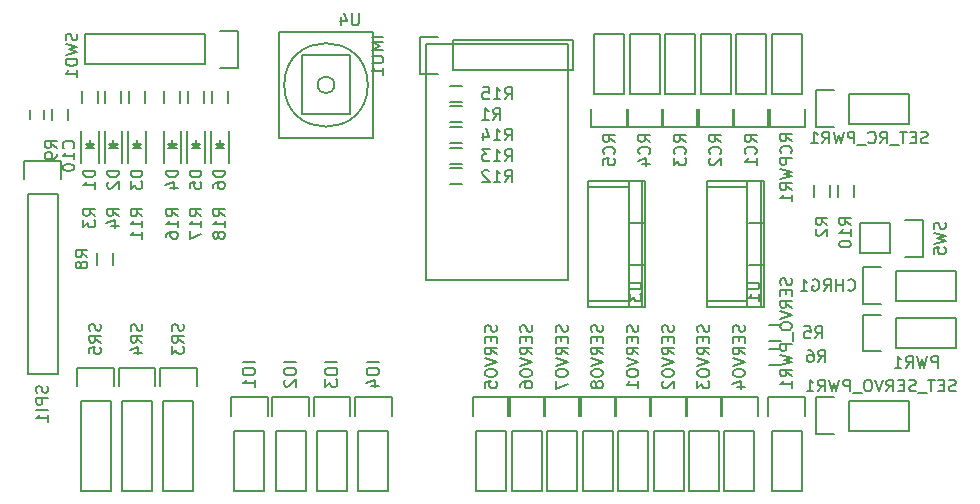
<source format=gbr>
G04 #@! TF.FileFunction,Legend,Bot*
%FSLAX46Y46*%
G04 Gerber Fmt 4.6, Leading zero omitted, Abs format (unit mm)*
G04 Created by KiCad (PCBNEW 4.0.0-rc1-stable) date 19/11/2015 21:53:00*
%MOMM*%
G01*
G04 APERTURE LIST*
%ADD10C,0.100000*%
%ADD11C,0.200000*%
%ADD12C,0.150000*%
G04 APERTURE END LIST*
D10*
D11*
X171500000Y-56500000D02*
X159500000Y-56500000D01*
X171500000Y-76500000D02*
X171500000Y-56500000D01*
X159500000Y-76500000D02*
X171500000Y-76500000D01*
X159500000Y-56500000D02*
X159500000Y-76500000D01*
D12*
X127100000Y-62850000D02*
X127100000Y-62150000D01*
X125900000Y-62150000D02*
X125900000Y-62850000D01*
X199270000Y-75730000D02*
X204350000Y-75730000D01*
X204350000Y-75730000D02*
X204350000Y-78270000D01*
X204350000Y-78270000D02*
X199270000Y-78270000D01*
X196450000Y-78550000D02*
X198000000Y-78550000D01*
X199270000Y-78270000D02*
X199270000Y-75730000D01*
X198000000Y-75450000D02*
X196450000Y-75450000D01*
X196450000Y-75450000D02*
X196450000Y-78550000D01*
X130250000Y-66600000D02*
X130250000Y-63900000D01*
X131750000Y-66600000D02*
X131750000Y-63900000D01*
X130850000Y-65100000D02*
X131100000Y-65100000D01*
X131100000Y-65100000D02*
X130950000Y-65250000D01*
X131350000Y-65350000D02*
X130650000Y-65350000D01*
X131000000Y-65000000D02*
X131000000Y-64650000D01*
X131000000Y-65350000D02*
X131350000Y-65000000D01*
X131350000Y-65000000D02*
X130650000Y-65000000D01*
X130650000Y-65000000D02*
X131000000Y-65350000D01*
X132250000Y-66600000D02*
X132250000Y-63900000D01*
X133750000Y-66600000D02*
X133750000Y-63900000D01*
X132850000Y-65100000D02*
X133100000Y-65100000D01*
X133100000Y-65100000D02*
X132950000Y-65250000D01*
X133350000Y-65350000D02*
X132650000Y-65350000D01*
X133000000Y-65000000D02*
X133000000Y-64650000D01*
X133000000Y-65350000D02*
X133350000Y-65000000D01*
X133350000Y-65000000D02*
X132650000Y-65000000D01*
X132650000Y-65000000D02*
X133000000Y-65350000D01*
X134250000Y-66600000D02*
X134250000Y-63900000D01*
X135750000Y-66600000D02*
X135750000Y-63900000D01*
X134850000Y-65100000D02*
X135100000Y-65100000D01*
X135100000Y-65100000D02*
X134950000Y-65250000D01*
X135350000Y-65350000D02*
X134650000Y-65350000D01*
X135000000Y-65000000D02*
X135000000Y-64650000D01*
X135000000Y-65350000D02*
X135350000Y-65000000D01*
X135350000Y-65000000D02*
X134650000Y-65000000D01*
X134650000Y-65000000D02*
X135000000Y-65350000D01*
X137250000Y-66600000D02*
X137250000Y-63900000D01*
X138750000Y-66600000D02*
X138750000Y-63900000D01*
X137850000Y-65100000D02*
X138100000Y-65100000D01*
X138100000Y-65100000D02*
X137950000Y-65250000D01*
X138350000Y-65350000D02*
X137650000Y-65350000D01*
X138000000Y-65000000D02*
X138000000Y-64650000D01*
X138000000Y-65350000D02*
X138350000Y-65000000D01*
X138350000Y-65000000D02*
X137650000Y-65000000D01*
X137650000Y-65000000D02*
X138000000Y-65350000D01*
X139250000Y-66600000D02*
X139250000Y-63900000D01*
X140750000Y-66600000D02*
X140750000Y-63900000D01*
X139850000Y-65100000D02*
X140100000Y-65100000D01*
X140100000Y-65100000D02*
X139950000Y-65250000D01*
X140350000Y-65350000D02*
X139650000Y-65350000D01*
X140000000Y-65000000D02*
X140000000Y-64650000D01*
X140000000Y-65350000D02*
X140350000Y-65000000D01*
X140350000Y-65000000D02*
X139650000Y-65000000D01*
X139650000Y-65000000D02*
X140000000Y-65350000D01*
X141250000Y-66600000D02*
X141250000Y-63900000D01*
X142750000Y-66600000D02*
X142750000Y-63900000D01*
X141850000Y-65100000D02*
X142100000Y-65100000D01*
X142100000Y-65100000D02*
X141950000Y-65250000D01*
X142350000Y-65350000D02*
X141650000Y-65350000D01*
X142000000Y-65000000D02*
X142000000Y-64650000D01*
X142000000Y-65350000D02*
X142350000Y-65000000D01*
X142350000Y-65000000D02*
X141650000Y-65000000D01*
X141650000Y-65000000D02*
X142000000Y-65350000D01*
X160500000Y-55950000D02*
X158950000Y-55950000D01*
X158950000Y-55950000D02*
X158950000Y-59050000D01*
X158950000Y-59050000D02*
X160500000Y-59050000D01*
X161770000Y-58770000D02*
X171930000Y-58770000D01*
X171930000Y-58770000D02*
X171930000Y-56230000D01*
X171930000Y-56230000D02*
X161770000Y-56230000D01*
X161770000Y-58770000D02*
X161770000Y-56230000D01*
X145770000Y-89270000D02*
X145770000Y-94350000D01*
X145770000Y-94350000D02*
X143230000Y-94350000D01*
X143230000Y-94350000D02*
X143230000Y-89270000D01*
X142950000Y-86450000D02*
X142950000Y-88000000D01*
X143230000Y-89270000D02*
X145770000Y-89270000D01*
X146050000Y-88000000D02*
X146050000Y-86450000D01*
X146050000Y-86450000D02*
X142950000Y-86450000D01*
X149270000Y-89270000D02*
X149270000Y-94350000D01*
X149270000Y-94350000D02*
X146730000Y-94350000D01*
X146730000Y-94350000D02*
X146730000Y-89270000D01*
X146450000Y-86450000D02*
X146450000Y-88000000D01*
X146730000Y-89270000D02*
X149270000Y-89270000D01*
X149550000Y-88000000D02*
X149550000Y-86450000D01*
X149550000Y-86450000D02*
X146450000Y-86450000D01*
X152770000Y-89270000D02*
X152770000Y-94350000D01*
X152770000Y-94350000D02*
X150230000Y-94350000D01*
X150230000Y-94350000D02*
X150230000Y-89270000D01*
X149950000Y-86450000D02*
X149950000Y-88000000D01*
X150230000Y-89270000D02*
X152770000Y-89270000D01*
X153050000Y-88000000D02*
X153050000Y-86450000D01*
X153050000Y-86450000D02*
X149950000Y-86450000D01*
X156270000Y-89270000D02*
X156270000Y-94350000D01*
X156270000Y-94350000D02*
X153730000Y-94350000D01*
X153730000Y-94350000D02*
X153730000Y-89270000D01*
X153450000Y-86450000D02*
X153450000Y-88000000D01*
X153730000Y-89270000D02*
X156270000Y-89270000D01*
X156550000Y-88000000D02*
X156550000Y-86450000D01*
X156550000Y-86450000D02*
X153450000Y-86450000D01*
X199270000Y-79730000D02*
X204350000Y-79730000D01*
X204350000Y-79730000D02*
X204350000Y-82270000D01*
X204350000Y-82270000D02*
X199270000Y-82270000D01*
X196450000Y-82550000D02*
X198000000Y-82550000D01*
X199270000Y-82270000D02*
X199270000Y-79730000D01*
X198000000Y-79450000D02*
X196450000Y-79450000D01*
X196450000Y-79450000D02*
X196450000Y-82550000D01*
X161500000Y-63175000D02*
X162500000Y-63175000D01*
X162500000Y-61825000D02*
X161500000Y-61825000D01*
X193675000Y-69500000D02*
X193675000Y-68500000D01*
X192325000Y-68500000D02*
X192325000Y-69500000D01*
X131675000Y-61500000D02*
X131675000Y-60500000D01*
X130325000Y-60500000D02*
X130325000Y-61500000D01*
X133675000Y-61500000D02*
X133675000Y-60500000D01*
X132325000Y-60500000D02*
X132325000Y-61500000D01*
X188500000Y-81675000D02*
X189500000Y-81675000D01*
X189500000Y-80325000D02*
X188500000Y-80325000D01*
X189500000Y-82325000D02*
X188500000Y-82325000D01*
X188500000Y-83675000D02*
X189500000Y-83675000D01*
X132925000Y-75250000D02*
X132925000Y-74250000D01*
X131575000Y-74250000D02*
X131575000Y-75250000D01*
X129175000Y-63000000D02*
X129175000Y-62000000D01*
X127825000Y-62000000D02*
X127825000Y-63000000D01*
X194325000Y-68500000D02*
X194325000Y-69500000D01*
X195675000Y-69500000D02*
X195675000Y-68500000D01*
X135675000Y-61500000D02*
X135675000Y-60500000D01*
X134325000Y-60500000D02*
X134325000Y-61500000D01*
X138675000Y-61500000D02*
X138675000Y-60500000D01*
X137325000Y-60500000D02*
X137325000Y-61500000D01*
X140675000Y-61500000D02*
X140675000Y-60500000D01*
X139325000Y-60500000D02*
X139325000Y-61500000D01*
X142675000Y-61500000D02*
X142675000Y-60500000D01*
X141325000Y-60500000D02*
X141325000Y-61500000D01*
X185730000Y-60730000D02*
X185730000Y-55650000D01*
X185730000Y-55650000D02*
X188270000Y-55650000D01*
X188270000Y-55650000D02*
X188270000Y-60730000D01*
X188550000Y-63550000D02*
X188550000Y-62000000D01*
X188270000Y-60730000D02*
X185730000Y-60730000D01*
X185450000Y-62000000D02*
X185450000Y-63550000D01*
X185450000Y-63550000D02*
X188550000Y-63550000D01*
X182730000Y-60730000D02*
X182730000Y-55650000D01*
X182730000Y-55650000D02*
X185270000Y-55650000D01*
X185270000Y-55650000D02*
X185270000Y-60730000D01*
X185550000Y-63550000D02*
X185550000Y-62000000D01*
X185270000Y-60730000D02*
X182730000Y-60730000D01*
X182450000Y-62000000D02*
X182450000Y-63550000D01*
X182450000Y-63550000D02*
X185550000Y-63550000D01*
X179730000Y-60730000D02*
X179730000Y-55650000D01*
X179730000Y-55650000D02*
X182270000Y-55650000D01*
X182270000Y-55650000D02*
X182270000Y-60730000D01*
X182550000Y-63550000D02*
X182550000Y-62000000D01*
X182270000Y-60730000D02*
X179730000Y-60730000D01*
X179450000Y-62000000D02*
X179450000Y-63550000D01*
X179450000Y-63550000D02*
X182550000Y-63550000D01*
X176730000Y-60730000D02*
X176730000Y-55650000D01*
X176730000Y-55650000D02*
X179270000Y-55650000D01*
X179270000Y-55650000D02*
X179270000Y-60730000D01*
X179550000Y-63550000D02*
X179550000Y-62000000D01*
X179270000Y-60730000D02*
X176730000Y-60730000D01*
X176450000Y-62000000D02*
X176450000Y-63550000D01*
X176450000Y-63550000D02*
X179550000Y-63550000D01*
X173730000Y-60730000D02*
X173730000Y-55650000D01*
X173730000Y-55650000D02*
X176270000Y-55650000D01*
X176270000Y-55650000D02*
X176270000Y-60730000D01*
X176550000Y-63550000D02*
X176550000Y-62000000D01*
X176270000Y-60730000D02*
X173730000Y-60730000D01*
X173450000Y-62000000D02*
X173450000Y-63550000D01*
X173450000Y-63550000D02*
X176550000Y-63550000D01*
X188730000Y-60730000D02*
X188730000Y-55650000D01*
X188730000Y-55650000D02*
X191270000Y-55650000D01*
X191270000Y-55650000D02*
X191270000Y-60730000D01*
X191550000Y-63550000D02*
X191550000Y-62000000D01*
X191270000Y-60730000D02*
X188730000Y-60730000D01*
X188450000Y-62000000D02*
X188450000Y-63550000D01*
X188450000Y-63550000D02*
X191550000Y-63550000D01*
X178270000Y-89270000D02*
X178270000Y-94350000D01*
X178270000Y-94350000D02*
X175730000Y-94350000D01*
X175730000Y-94350000D02*
X175730000Y-89270000D01*
X175450000Y-86450000D02*
X175450000Y-88000000D01*
X175730000Y-89270000D02*
X178270000Y-89270000D01*
X178550000Y-88000000D02*
X178550000Y-86450000D01*
X178550000Y-86450000D02*
X175450000Y-86450000D01*
X181270000Y-89270000D02*
X181270000Y-94350000D01*
X181270000Y-94350000D02*
X178730000Y-94350000D01*
X178730000Y-94350000D02*
X178730000Y-89270000D01*
X178450000Y-86450000D02*
X178450000Y-88000000D01*
X178730000Y-89270000D02*
X181270000Y-89270000D01*
X181550000Y-88000000D02*
X181550000Y-86450000D01*
X181550000Y-86450000D02*
X178450000Y-86450000D01*
X184270000Y-89270000D02*
X184270000Y-94350000D01*
X184270000Y-94350000D02*
X181730000Y-94350000D01*
X181730000Y-94350000D02*
X181730000Y-89270000D01*
X181450000Y-86450000D02*
X181450000Y-88000000D01*
X181730000Y-89270000D02*
X184270000Y-89270000D01*
X184550000Y-88000000D02*
X184550000Y-86450000D01*
X184550000Y-86450000D02*
X181450000Y-86450000D01*
X187270000Y-89270000D02*
X187270000Y-94350000D01*
X187270000Y-94350000D02*
X184730000Y-94350000D01*
X184730000Y-94350000D02*
X184730000Y-89270000D01*
X184450000Y-86450000D02*
X184450000Y-88000000D01*
X184730000Y-89270000D02*
X187270000Y-89270000D01*
X187550000Y-88000000D02*
X187550000Y-86450000D01*
X187550000Y-86450000D02*
X184450000Y-86450000D01*
X166270000Y-89270000D02*
X166270000Y-94350000D01*
X166270000Y-94350000D02*
X163730000Y-94350000D01*
X163730000Y-94350000D02*
X163730000Y-89270000D01*
X163450000Y-86450000D02*
X163450000Y-88000000D01*
X163730000Y-89270000D02*
X166270000Y-89270000D01*
X166550000Y-88000000D02*
X166550000Y-86450000D01*
X166550000Y-86450000D02*
X163450000Y-86450000D01*
X169270000Y-89270000D02*
X169270000Y-94350000D01*
X169270000Y-94350000D02*
X166730000Y-94350000D01*
X166730000Y-94350000D02*
X166730000Y-89270000D01*
X166450000Y-86450000D02*
X166450000Y-88000000D01*
X166730000Y-89270000D02*
X169270000Y-89270000D01*
X169550000Y-88000000D02*
X169550000Y-86450000D01*
X169550000Y-86450000D02*
X166450000Y-86450000D01*
X172270000Y-89270000D02*
X172270000Y-94350000D01*
X172270000Y-94350000D02*
X169730000Y-94350000D01*
X169730000Y-94350000D02*
X169730000Y-89270000D01*
X169450000Y-86450000D02*
X169450000Y-88000000D01*
X169730000Y-89270000D02*
X172270000Y-89270000D01*
X172550000Y-88000000D02*
X172550000Y-86450000D01*
X172550000Y-86450000D02*
X169450000Y-86450000D01*
X175270000Y-89270000D02*
X175270000Y-94350000D01*
X175270000Y-94350000D02*
X172730000Y-94350000D01*
X172730000Y-94350000D02*
X172730000Y-89270000D01*
X172450000Y-86450000D02*
X172450000Y-88000000D01*
X172730000Y-89270000D02*
X175270000Y-89270000D01*
X175550000Y-88000000D02*
X175550000Y-86450000D01*
X175550000Y-86450000D02*
X172450000Y-86450000D01*
X191270000Y-89270000D02*
X191270000Y-94350000D01*
X191270000Y-94350000D02*
X188730000Y-94350000D01*
X188730000Y-94350000D02*
X188730000Y-89270000D01*
X188450000Y-86450000D02*
X188450000Y-88000000D01*
X188730000Y-89270000D02*
X191270000Y-89270000D01*
X191550000Y-88000000D02*
X191550000Y-86450000D01*
X191550000Y-86450000D02*
X188450000Y-86450000D01*
X195270000Y-60730000D02*
X200350000Y-60730000D01*
X200350000Y-60730000D02*
X200350000Y-63270000D01*
X200350000Y-63270000D02*
X195270000Y-63270000D01*
X192450000Y-63550000D02*
X194000000Y-63550000D01*
X195270000Y-63270000D02*
X195270000Y-60730000D01*
X194000000Y-60450000D02*
X192450000Y-60450000D01*
X192450000Y-60450000D02*
X192450000Y-63550000D01*
X195270000Y-86730000D02*
X200350000Y-86730000D01*
X200350000Y-86730000D02*
X200350000Y-89270000D01*
X200350000Y-89270000D02*
X195270000Y-89270000D01*
X192450000Y-89550000D02*
X194000000Y-89550000D01*
X195270000Y-89270000D02*
X195270000Y-86730000D01*
X194000000Y-86450000D02*
X192450000Y-86450000D01*
X192450000Y-86450000D02*
X192450000Y-89550000D01*
X125730000Y-69270000D02*
X125730000Y-84510000D01*
X125730000Y-84510000D02*
X128270000Y-84510000D01*
X128270000Y-84510000D02*
X128270000Y-69270000D01*
X125450000Y-66450000D02*
X125450000Y-68000000D01*
X125730000Y-69270000D02*
X128270000Y-69270000D01*
X128550000Y-68000000D02*
X128550000Y-66450000D01*
X128550000Y-66450000D02*
X125450000Y-66450000D01*
X142000000Y-58550000D02*
X143550000Y-58550000D01*
X143550000Y-58550000D02*
X143550000Y-55450000D01*
X143550000Y-55450000D02*
X142000000Y-55450000D01*
X140730000Y-55730000D02*
X130570000Y-55730000D01*
X130570000Y-55730000D02*
X130570000Y-58270000D01*
X130570000Y-58270000D02*
X140730000Y-58270000D01*
X140730000Y-55730000D02*
X140730000Y-58270000D01*
X161500000Y-68425000D02*
X162500000Y-68425000D01*
X162500000Y-67075000D02*
X161500000Y-67075000D01*
X161500000Y-66675000D02*
X162500000Y-66675000D01*
X162500000Y-65325000D02*
X161500000Y-65325000D01*
X161500000Y-64925000D02*
X162500000Y-64925000D01*
X162500000Y-63575000D02*
X161500000Y-63575000D01*
X161500000Y-61425000D02*
X162500000Y-61425000D01*
X162500000Y-60075000D02*
X161500000Y-60075000D01*
X151707107Y-60000000D02*
G75*
G03X151707107Y-60000000I-707107J0D01*
G01*
X149000000Y-62500000D02*
X153000000Y-62500000D01*
X153000000Y-62500000D02*
X153000000Y-57500000D01*
X153000000Y-57500000D02*
X149000000Y-57500000D01*
X149000000Y-57500000D02*
X149000000Y-62500000D01*
X154535534Y-60000000D02*
G75*
G03X154535534Y-60000000I-3535534J0D01*
G01*
X147000000Y-64500000D02*
X155000000Y-64500000D01*
X155000000Y-64500000D02*
X155000000Y-55500000D01*
X155000000Y-55500000D02*
X147000000Y-55500000D01*
X147000000Y-55500000D02*
X147000000Y-64500000D01*
X186651000Y-68674000D02*
X183222000Y-68674000D01*
X186651000Y-78326000D02*
X183222000Y-78326000D01*
X187794000Y-68166000D02*
X187794000Y-78834000D01*
X186778000Y-71722000D02*
X188048000Y-71722000D01*
X186778000Y-75278000D02*
X188048000Y-75278000D01*
X186651000Y-78834000D02*
X186651000Y-68166000D01*
X183222000Y-68166000D02*
X183222000Y-78834000D01*
X188048000Y-78834000D02*
X183222000Y-78834000D01*
X188048000Y-68166000D02*
X183222000Y-68166000D01*
X188048000Y-68166000D02*
X188048000Y-78834000D01*
X176651000Y-68674000D02*
X173222000Y-68674000D01*
X176651000Y-78326000D02*
X173222000Y-78326000D01*
X177794000Y-68166000D02*
X177794000Y-78834000D01*
X176778000Y-71722000D02*
X178048000Y-71722000D01*
X176778000Y-75278000D02*
X178048000Y-75278000D01*
X176651000Y-78834000D02*
X176651000Y-68166000D01*
X173222000Y-68166000D02*
X173222000Y-78834000D01*
X178048000Y-78834000D02*
X173222000Y-78834000D01*
X178048000Y-68166000D02*
X173222000Y-68166000D01*
X178048000Y-68166000D02*
X178048000Y-78834000D01*
X198730000Y-71730000D02*
X196190000Y-71730000D01*
X201550000Y-71450000D02*
X200000000Y-71450000D01*
X198730000Y-71730000D02*
X198730000Y-74270000D01*
X200000000Y-74550000D02*
X201550000Y-74550000D01*
X201550000Y-74550000D02*
X201550000Y-71450000D01*
X198730000Y-74270000D02*
X196190000Y-74270000D01*
X196190000Y-74270000D02*
X196190000Y-71730000D01*
X139770000Y-86770000D02*
X139770000Y-94390000D01*
X137230000Y-86770000D02*
X137230000Y-94390000D01*
X136950000Y-83950000D02*
X136950000Y-85500000D01*
X139770000Y-94390000D02*
X137230000Y-94390000D01*
X137230000Y-86770000D02*
X139770000Y-86770000D01*
X140050000Y-85500000D02*
X140050000Y-83950000D01*
X140050000Y-83950000D02*
X136950000Y-83950000D01*
X136270000Y-86770000D02*
X136270000Y-94390000D01*
X133730000Y-86770000D02*
X133730000Y-94390000D01*
X133450000Y-83950000D02*
X133450000Y-85500000D01*
X136270000Y-94390000D02*
X133730000Y-94390000D01*
X133730000Y-86770000D02*
X136270000Y-86770000D01*
X136550000Y-85500000D02*
X136550000Y-83950000D01*
X136550000Y-83950000D02*
X133450000Y-83950000D01*
X132770000Y-86770000D02*
X132770000Y-94390000D01*
X130230000Y-86770000D02*
X130230000Y-94390000D01*
X129950000Y-83950000D02*
X129950000Y-85500000D01*
X132770000Y-94390000D02*
X130230000Y-94390000D01*
X130230000Y-86770000D02*
X132770000Y-86770000D01*
X133050000Y-85500000D02*
X133050000Y-83950000D01*
X133050000Y-83950000D02*
X129950000Y-83950000D01*
X129607143Y-65357143D02*
X129654762Y-65309524D01*
X129702381Y-65166667D01*
X129702381Y-65071429D01*
X129654762Y-64928571D01*
X129559524Y-64833333D01*
X129464286Y-64785714D01*
X129273810Y-64738095D01*
X129130952Y-64738095D01*
X128940476Y-64785714D01*
X128845238Y-64833333D01*
X128750000Y-64928571D01*
X128702381Y-65071429D01*
X128702381Y-65166667D01*
X128750000Y-65309524D01*
X128797619Y-65357143D01*
X129702381Y-66309524D02*
X129702381Y-65738095D01*
X129702381Y-66023809D02*
X128702381Y-66023809D01*
X128845238Y-65928571D01*
X128940476Y-65833333D01*
X128988095Y-65738095D01*
X128702381Y-66928571D02*
X128702381Y-67023810D01*
X128750000Y-67119048D01*
X128797619Y-67166667D01*
X128892857Y-67214286D01*
X129083333Y-67261905D01*
X129321429Y-67261905D01*
X129511905Y-67214286D01*
X129607143Y-67166667D01*
X129654762Y-67119048D01*
X129702381Y-67023810D01*
X129702381Y-66928571D01*
X129654762Y-66833333D01*
X129607143Y-66785714D01*
X129511905Y-66738095D01*
X129321429Y-66690476D01*
X129083333Y-66690476D01*
X128892857Y-66738095D01*
X128797619Y-66785714D01*
X128750000Y-66833333D01*
X128702381Y-66928571D01*
X195190476Y-77357143D02*
X195238095Y-77404762D01*
X195380952Y-77452381D01*
X195476190Y-77452381D01*
X195619048Y-77404762D01*
X195714286Y-77309524D01*
X195761905Y-77214286D01*
X195809524Y-77023810D01*
X195809524Y-76880952D01*
X195761905Y-76690476D01*
X195714286Y-76595238D01*
X195619048Y-76500000D01*
X195476190Y-76452381D01*
X195380952Y-76452381D01*
X195238095Y-76500000D01*
X195190476Y-76547619D01*
X194761905Y-77452381D02*
X194761905Y-76452381D01*
X194761905Y-76928571D02*
X194190476Y-76928571D01*
X194190476Y-77452381D02*
X194190476Y-76452381D01*
X193142857Y-77452381D02*
X193476191Y-76976190D01*
X193714286Y-77452381D02*
X193714286Y-76452381D01*
X193333333Y-76452381D01*
X193238095Y-76500000D01*
X193190476Y-76547619D01*
X193142857Y-76642857D01*
X193142857Y-76785714D01*
X193190476Y-76880952D01*
X193238095Y-76928571D01*
X193333333Y-76976190D01*
X193714286Y-76976190D01*
X192190476Y-76500000D02*
X192285714Y-76452381D01*
X192428571Y-76452381D01*
X192571429Y-76500000D01*
X192666667Y-76595238D01*
X192714286Y-76690476D01*
X192761905Y-76880952D01*
X192761905Y-77023810D01*
X192714286Y-77214286D01*
X192666667Y-77309524D01*
X192571429Y-77404762D01*
X192428571Y-77452381D01*
X192333333Y-77452381D01*
X192190476Y-77404762D01*
X192142857Y-77357143D01*
X192142857Y-77023810D01*
X192333333Y-77023810D01*
X191190476Y-77452381D02*
X191761905Y-77452381D01*
X191476191Y-77452381D02*
X191476191Y-76452381D01*
X191571429Y-76595238D01*
X191666667Y-76690476D01*
X191761905Y-76738095D01*
X131452381Y-67261905D02*
X130452381Y-67261905D01*
X130452381Y-67500000D01*
X130500000Y-67642858D01*
X130595238Y-67738096D01*
X130690476Y-67785715D01*
X130880952Y-67833334D01*
X131023810Y-67833334D01*
X131214286Y-67785715D01*
X131309524Y-67738096D01*
X131404762Y-67642858D01*
X131452381Y-67500000D01*
X131452381Y-67261905D01*
X131452381Y-68785715D02*
X131452381Y-68214286D01*
X131452381Y-68500000D02*
X130452381Y-68500000D01*
X130595238Y-68404762D01*
X130690476Y-68309524D01*
X130738095Y-68214286D01*
X133452381Y-67261905D02*
X132452381Y-67261905D01*
X132452381Y-67500000D01*
X132500000Y-67642858D01*
X132595238Y-67738096D01*
X132690476Y-67785715D01*
X132880952Y-67833334D01*
X133023810Y-67833334D01*
X133214286Y-67785715D01*
X133309524Y-67738096D01*
X133404762Y-67642858D01*
X133452381Y-67500000D01*
X133452381Y-67261905D01*
X132547619Y-68214286D02*
X132500000Y-68261905D01*
X132452381Y-68357143D01*
X132452381Y-68595239D01*
X132500000Y-68690477D01*
X132547619Y-68738096D01*
X132642857Y-68785715D01*
X132738095Y-68785715D01*
X132880952Y-68738096D01*
X133452381Y-68166667D01*
X133452381Y-68785715D01*
X135452381Y-67261905D02*
X134452381Y-67261905D01*
X134452381Y-67500000D01*
X134500000Y-67642858D01*
X134595238Y-67738096D01*
X134690476Y-67785715D01*
X134880952Y-67833334D01*
X135023810Y-67833334D01*
X135214286Y-67785715D01*
X135309524Y-67738096D01*
X135404762Y-67642858D01*
X135452381Y-67500000D01*
X135452381Y-67261905D01*
X134452381Y-68166667D02*
X134452381Y-68785715D01*
X134833333Y-68452381D01*
X134833333Y-68595239D01*
X134880952Y-68690477D01*
X134928571Y-68738096D01*
X135023810Y-68785715D01*
X135261905Y-68785715D01*
X135357143Y-68738096D01*
X135404762Y-68690477D01*
X135452381Y-68595239D01*
X135452381Y-68309524D01*
X135404762Y-68214286D01*
X135357143Y-68166667D01*
X138452381Y-67261905D02*
X137452381Y-67261905D01*
X137452381Y-67500000D01*
X137500000Y-67642858D01*
X137595238Y-67738096D01*
X137690476Y-67785715D01*
X137880952Y-67833334D01*
X138023810Y-67833334D01*
X138214286Y-67785715D01*
X138309524Y-67738096D01*
X138404762Y-67642858D01*
X138452381Y-67500000D01*
X138452381Y-67261905D01*
X137785714Y-68690477D02*
X138452381Y-68690477D01*
X137404762Y-68452381D02*
X138119048Y-68214286D01*
X138119048Y-68833334D01*
X140452381Y-67261905D02*
X139452381Y-67261905D01*
X139452381Y-67500000D01*
X139500000Y-67642858D01*
X139595238Y-67738096D01*
X139690476Y-67785715D01*
X139880952Y-67833334D01*
X140023810Y-67833334D01*
X140214286Y-67785715D01*
X140309524Y-67738096D01*
X140404762Y-67642858D01*
X140452381Y-67500000D01*
X140452381Y-67261905D01*
X139452381Y-68738096D02*
X139452381Y-68261905D01*
X139928571Y-68214286D01*
X139880952Y-68261905D01*
X139833333Y-68357143D01*
X139833333Y-68595239D01*
X139880952Y-68690477D01*
X139928571Y-68738096D01*
X140023810Y-68785715D01*
X140261905Y-68785715D01*
X140357143Y-68738096D01*
X140404762Y-68690477D01*
X140452381Y-68595239D01*
X140452381Y-68357143D01*
X140404762Y-68261905D01*
X140357143Y-68214286D01*
X142452381Y-67261905D02*
X141452381Y-67261905D01*
X141452381Y-67500000D01*
X141500000Y-67642858D01*
X141595238Y-67738096D01*
X141690476Y-67785715D01*
X141880952Y-67833334D01*
X142023810Y-67833334D01*
X142214286Y-67785715D01*
X142309524Y-67738096D01*
X142404762Y-67642858D01*
X142452381Y-67500000D01*
X142452381Y-67261905D01*
X141452381Y-68690477D02*
X141452381Y-68500000D01*
X141500000Y-68404762D01*
X141547619Y-68357143D01*
X141690476Y-68261905D01*
X141880952Y-68214286D01*
X142261905Y-68214286D01*
X142357143Y-68261905D01*
X142404762Y-68309524D01*
X142452381Y-68404762D01*
X142452381Y-68595239D01*
X142404762Y-68690477D01*
X142357143Y-68738096D01*
X142261905Y-68785715D01*
X142023810Y-68785715D01*
X141928571Y-68738096D01*
X141880952Y-68690477D01*
X141833333Y-68595239D01*
X141833333Y-68404762D01*
X141880952Y-68309524D01*
X141928571Y-68261905D01*
X142023810Y-68214286D01*
X155852381Y-55928572D02*
X154852381Y-55928572D01*
X155852381Y-56404762D02*
X154852381Y-56404762D01*
X155566667Y-56738096D01*
X154852381Y-57071429D01*
X155852381Y-57071429D01*
X154852381Y-57547619D02*
X155661905Y-57547619D01*
X155757143Y-57595238D01*
X155804762Y-57642857D01*
X155852381Y-57738095D01*
X155852381Y-57928572D01*
X155804762Y-58023810D01*
X155757143Y-58071429D01*
X155661905Y-58119048D01*
X154852381Y-58119048D01*
X155852381Y-59119048D02*
X155852381Y-58547619D01*
X155852381Y-58833333D02*
X154852381Y-58833333D01*
X154995238Y-58738095D01*
X155090476Y-58642857D01*
X155138095Y-58547619D01*
X144952381Y-83500000D02*
X143952381Y-83500000D01*
X143952381Y-84166666D02*
X143952381Y-84357143D01*
X144000000Y-84452381D01*
X144095238Y-84547619D01*
X144285714Y-84595238D01*
X144619048Y-84595238D01*
X144809524Y-84547619D01*
X144904762Y-84452381D01*
X144952381Y-84357143D01*
X144952381Y-84166666D01*
X144904762Y-84071428D01*
X144809524Y-83976190D01*
X144619048Y-83928571D01*
X144285714Y-83928571D01*
X144095238Y-83976190D01*
X144000000Y-84071428D01*
X143952381Y-84166666D01*
X144952381Y-85547619D02*
X144952381Y-84976190D01*
X144952381Y-85261904D02*
X143952381Y-85261904D01*
X144095238Y-85166666D01*
X144190476Y-85071428D01*
X144238095Y-84976190D01*
X148452381Y-83500000D02*
X147452381Y-83500000D01*
X147452381Y-84166666D02*
X147452381Y-84357143D01*
X147500000Y-84452381D01*
X147595238Y-84547619D01*
X147785714Y-84595238D01*
X148119048Y-84595238D01*
X148309524Y-84547619D01*
X148404762Y-84452381D01*
X148452381Y-84357143D01*
X148452381Y-84166666D01*
X148404762Y-84071428D01*
X148309524Y-83976190D01*
X148119048Y-83928571D01*
X147785714Y-83928571D01*
X147595238Y-83976190D01*
X147500000Y-84071428D01*
X147452381Y-84166666D01*
X147547619Y-84976190D02*
X147500000Y-85023809D01*
X147452381Y-85119047D01*
X147452381Y-85357143D01*
X147500000Y-85452381D01*
X147547619Y-85500000D01*
X147642857Y-85547619D01*
X147738095Y-85547619D01*
X147880952Y-85500000D01*
X148452381Y-84928571D01*
X148452381Y-85547619D01*
X151952381Y-83500000D02*
X150952381Y-83500000D01*
X150952381Y-84166666D02*
X150952381Y-84357143D01*
X151000000Y-84452381D01*
X151095238Y-84547619D01*
X151285714Y-84595238D01*
X151619048Y-84595238D01*
X151809524Y-84547619D01*
X151904762Y-84452381D01*
X151952381Y-84357143D01*
X151952381Y-84166666D01*
X151904762Y-84071428D01*
X151809524Y-83976190D01*
X151619048Y-83928571D01*
X151285714Y-83928571D01*
X151095238Y-83976190D01*
X151000000Y-84071428D01*
X150952381Y-84166666D01*
X150952381Y-84928571D02*
X150952381Y-85547619D01*
X151333333Y-85214285D01*
X151333333Y-85357143D01*
X151380952Y-85452381D01*
X151428571Y-85500000D01*
X151523810Y-85547619D01*
X151761905Y-85547619D01*
X151857143Y-85500000D01*
X151904762Y-85452381D01*
X151952381Y-85357143D01*
X151952381Y-85071428D01*
X151904762Y-84976190D01*
X151857143Y-84928571D01*
X155452381Y-83500000D02*
X154452381Y-83500000D01*
X154452381Y-84166666D02*
X154452381Y-84357143D01*
X154500000Y-84452381D01*
X154595238Y-84547619D01*
X154785714Y-84595238D01*
X155119048Y-84595238D01*
X155309524Y-84547619D01*
X155404762Y-84452381D01*
X155452381Y-84357143D01*
X155452381Y-84166666D01*
X155404762Y-84071428D01*
X155309524Y-83976190D01*
X155119048Y-83928571D01*
X154785714Y-83928571D01*
X154595238Y-83976190D01*
X154500000Y-84071428D01*
X154452381Y-84166666D01*
X154785714Y-85452381D02*
X155452381Y-85452381D01*
X154404762Y-85214285D02*
X155119048Y-84976190D01*
X155119048Y-85595238D01*
X202809524Y-83952381D02*
X202809524Y-82952381D01*
X202428571Y-82952381D01*
X202333333Y-83000000D01*
X202285714Y-83047619D01*
X202238095Y-83142857D01*
X202238095Y-83285714D01*
X202285714Y-83380952D01*
X202333333Y-83428571D01*
X202428571Y-83476190D01*
X202809524Y-83476190D01*
X201904762Y-82952381D02*
X201666667Y-83952381D01*
X201476190Y-83238095D01*
X201285714Y-83952381D01*
X201047619Y-82952381D01*
X200095238Y-83952381D02*
X200428572Y-83476190D01*
X200666667Y-83952381D02*
X200666667Y-82952381D01*
X200285714Y-82952381D01*
X200190476Y-83000000D01*
X200142857Y-83047619D01*
X200095238Y-83142857D01*
X200095238Y-83285714D01*
X200142857Y-83380952D01*
X200190476Y-83428571D01*
X200285714Y-83476190D01*
X200666667Y-83476190D01*
X199142857Y-83952381D02*
X199714286Y-83952381D01*
X199428572Y-83952381D02*
X199428572Y-82952381D01*
X199523810Y-83095238D01*
X199619048Y-83190476D01*
X199714286Y-83238095D01*
X165166666Y-62952381D02*
X165500000Y-62476190D01*
X165738095Y-62952381D02*
X165738095Y-61952381D01*
X165357142Y-61952381D01*
X165261904Y-62000000D01*
X165214285Y-62047619D01*
X165166666Y-62142857D01*
X165166666Y-62285714D01*
X165214285Y-62380952D01*
X165261904Y-62428571D01*
X165357142Y-62476190D01*
X165738095Y-62476190D01*
X164214285Y-62952381D02*
X164785714Y-62952381D01*
X164500000Y-62952381D02*
X164500000Y-61952381D01*
X164595238Y-62095238D01*
X164690476Y-62190476D01*
X164785714Y-62238095D01*
X193452381Y-71833334D02*
X192976190Y-71500000D01*
X193452381Y-71261905D02*
X192452381Y-71261905D01*
X192452381Y-71642858D01*
X192500000Y-71738096D01*
X192547619Y-71785715D01*
X192642857Y-71833334D01*
X192785714Y-71833334D01*
X192880952Y-71785715D01*
X192928571Y-71738096D01*
X192976190Y-71642858D01*
X192976190Y-71261905D01*
X192547619Y-72214286D02*
X192500000Y-72261905D01*
X192452381Y-72357143D01*
X192452381Y-72595239D01*
X192500000Y-72690477D01*
X192547619Y-72738096D01*
X192642857Y-72785715D01*
X192738095Y-72785715D01*
X192880952Y-72738096D01*
X193452381Y-72166667D01*
X193452381Y-72785715D01*
X131452381Y-71083334D02*
X130976190Y-70750000D01*
X131452381Y-70511905D02*
X130452381Y-70511905D01*
X130452381Y-70892858D01*
X130500000Y-70988096D01*
X130547619Y-71035715D01*
X130642857Y-71083334D01*
X130785714Y-71083334D01*
X130880952Y-71035715D01*
X130928571Y-70988096D01*
X130976190Y-70892858D01*
X130976190Y-70511905D01*
X130452381Y-71416667D02*
X130452381Y-72035715D01*
X130833333Y-71702381D01*
X130833333Y-71845239D01*
X130880952Y-71940477D01*
X130928571Y-71988096D01*
X131023810Y-72035715D01*
X131261905Y-72035715D01*
X131357143Y-71988096D01*
X131404762Y-71940477D01*
X131452381Y-71845239D01*
X131452381Y-71559524D01*
X131404762Y-71464286D01*
X131357143Y-71416667D01*
X133452381Y-71083334D02*
X132976190Y-70750000D01*
X133452381Y-70511905D02*
X132452381Y-70511905D01*
X132452381Y-70892858D01*
X132500000Y-70988096D01*
X132547619Y-71035715D01*
X132642857Y-71083334D01*
X132785714Y-71083334D01*
X132880952Y-71035715D01*
X132928571Y-70988096D01*
X132976190Y-70892858D01*
X132976190Y-70511905D01*
X132785714Y-71940477D02*
X133452381Y-71940477D01*
X132404762Y-71702381D02*
X133119048Y-71464286D01*
X133119048Y-72083334D01*
X192416666Y-81452381D02*
X192750000Y-80976190D01*
X192988095Y-81452381D02*
X192988095Y-80452381D01*
X192607142Y-80452381D01*
X192511904Y-80500000D01*
X192464285Y-80547619D01*
X192416666Y-80642857D01*
X192416666Y-80785714D01*
X192464285Y-80880952D01*
X192511904Y-80928571D01*
X192607142Y-80976190D01*
X192988095Y-80976190D01*
X191511904Y-80452381D02*
X191988095Y-80452381D01*
X192035714Y-80928571D01*
X191988095Y-80880952D01*
X191892857Y-80833333D01*
X191654761Y-80833333D01*
X191559523Y-80880952D01*
X191511904Y-80928571D01*
X191464285Y-81023810D01*
X191464285Y-81261905D01*
X191511904Y-81357143D01*
X191559523Y-81404762D01*
X191654761Y-81452381D01*
X191892857Y-81452381D01*
X191988095Y-81404762D01*
X192035714Y-81357143D01*
X192666666Y-83452381D02*
X193000000Y-82976190D01*
X193238095Y-83452381D02*
X193238095Y-82452381D01*
X192857142Y-82452381D01*
X192761904Y-82500000D01*
X192714285Y-82547619D01*
X192666666Y-82642857D01*
X192666666Y-82785714D01*
X192714285Y-82880952D01*
X192761904Y-82928571D01*
X192857142Y-82976190D01*
X193238095Y-82976190D01*
X191809523Y-82452381D02*
X192000000Y-82452381D01*
X192095238Y-82500000D01*
X192142857Y-82547619D01*
X192238095Y-82690476D01*
X192285714Y-82880952D01*
X192285714Y-83261905D01*
X192238095Y-83357143D01*
X192190476Y-83404762D01*
X192095238Y-83452381D01*
X191904761Y-83452381D01*
X191809523Y-83404762D01*
X191761904Y-83357143D01*
X191714285Y-83261905D01*
X191714285Y-83023810D01*
X191761904Y-82928571D01*
X191809523Y-82880952D01*
X191904761Y-82833333D01*
X192095238Y-82833333D01*
X192190476Y-82880952D01*
X192238095Y-82928571D01*
X192285714Y-83023810D01*
X130802381Y-74583334D02*
X130326190Y-74250000D01*
X130802381Y-74011905D02*
X129802381Y-74011905D01*
X129802381Y-74392858D01*
X129850000Y-74488096D01*
X129897619Y-74535715D01*
X129992857Y-74583334D01*
X130135714Y-74583334D01*
X130230952Y-74535715D01*
X130278571Y-74488096D01*
X130326190Y-74392858D01*
X130326190Y-74011905D01*
X130230952Y-75154762D02*
X130183333Y-75059524D01*
X130135714Y-75011905D01*
X130040476Y-74964286D01*
X129992857Y-74964286D01*
X129897619Y-75011905D01*
X129850000Y-75059524D01*
X129802381Y-75154762D01*
X129802381Y-75345239D01*
X129850000Y-75440477D01*
X129897619Y-75488096D01*
X129992857Y-75535715D01*
X130040476Y-75535715D01*
X130135714Y-75488096D01*
X130183333Y-75440477D01*
X130230952Y-75345239D01*
X130230952Y-75154762D01*
X130278571Y-75059524D01*
X130326190Y-75011905D01*
X130421429Y-74964286D01*
X130611905Y-74964286D01*
X130707143Y-75011905D01*
X130754762Y-75059524D01*
X130802381Y-75154762D01*
X130802381Y-75345239D01*
X130754762Y-75440477D01*
X130707143Y-75488096D01*
X130611905Y-75535715D01*
X130421429Y-75535715D01*
X130326190Y-75488096D01*
X130278571Y-75440477D01*
X130230952Y-75345239D01*
X128202381Y-65333334D02*
X127726190Y-65000000D01*
X128202381Y-64761905D02*
X127202381Y-64761905D01*
X127202381Y-65142858D01*
X127250000Y-65238096D01*
X127297619Y-65285715D01*
X127392857Y-65333334D01*
X127535714Y-65333334D01*
X127630952Y-65285715D01*
X127678571Y-65238096D01*
X127726190Y-65142858D01*
X127726190Y-64761905D01*
X128202381Y-65809524D02*
X128202381Y-66000000D01*
X128154762Y-66095239D01*
X128107143Y-66142858D01*
X127964286Y-66238096D01*
X127773810Y-66285715D01*
X127392857Y-66285715D01*
X127297619Y-66238096D01*
X127250000Y-66190477D01*
X127202381Y-66095239D01*
X127202381Y-65904762D01*
X127250000Y-65809524D01*
X127297619Y-65761905D01*
X127392857Y-65714286D01*
X127630952Y-65714286D01*
X127726190Y-65761905D01*
X127773810Y-65809524D01*
X127821429Y-65904762D01*
X127821429Y-66095239D01*
X127773810Y-66190477D01*
X127726190Y-66238096D01*
X127630952Y-66285715D01*
X195452381Y-71857143D02*
X194976190Y-71523809D01*
X195452381Y-71285714D02*
X194452381Y-71285714D01*
X194452381Y-71666667D01*
X194500000Y-71761905D01*
X194547619Y-71809524D01*
X194642857Y-71857143D01*
X194785714Y-71857143D01*
X194880952Y-71809524D01*
X194928571Y-71761905D01*
X194976190Y-71666667D01*
X194976190Y-71285714D01*
X195452381Y-72809524D02*
X195452381Y-72238095D01*
X195452381Y-72523809D02*
X194452381Y-72523809D01*
X194595238Y-72428571D01*
X194690476Y-72333333D01*
X194738095Y-72238095D01*
X194452381Y-73428571D02*
X194452381Y-73523810D01*
X194500000Y-73619048D01*
X194547619Y-73666667D01*
X194642857Y-73714286D01*
X194833333Y-73761905D01*
X195071429Y-73761905D01*
X195261905Y-73714286D01*
X195357143Y-73666667D01*
X195404762Y-73619048D01*
X195452381Y-73523810D01*
X195452381Y-73428571D01*
X195404762Y-73333333D01*
X195357143Y-73285714D01*
X195261905Y-73238095D01*
X195071429Y-73190476D01*
X194833333Y-73190476D01*
X194642857Y-73238095D01*
X194547619Y-73285714D01*
X194500000Y-73333333D01*
X194452381Y-73428571D01*
X135452381Y-71107143D02*
X134976190Y-70773809D01*
X135452381Y-70535714D02*
X134452381Y-70535714D01*
X134452381Y-70916667D01*
X134500000Y-71011905D01*
X134547619Y-71059524D01*
X134642857Y-71107143D01*
X134785714Y-71107143D01*
X134880952Y-71059524D01*
X134928571Y-71011905D01*
X134976190Y-70916667D01*
X134976190Y-70535714D01*
X135452381Y-72059524D02*
X135452381Y-71488095D01*
X135452381Y-71773809D02*
X134452381Y-71773809D01*
X134595238Y-71678571D01*
X134690476Y-71583333D01*
X134738095Y-71488095D01*
X135452381Y-73011905D02*
X135452381Y-72440476D01*
X135452381Y-72726190D02*
X134452381Y-72726190D01*
X134595238Y-72630952D01*
X134690476Y-72535714D01*
X134738095Y-72440476D01*
X138452381Y-71107143D02*
X137976190Y-70773809D01*
X138452381Y-70535714D02*
X137452381Y-70535714D01*
X137452381Y-70916667D01*
X137500000Y-71011905D01*
X137547619Y-71059524D01*
X137642857Y-71107143D01*
X137785714Y-71107143D01*
X137880952Y-71059524D01*
X137928571Y-71011905D01*
X137976190Y-70916667D01*
X137976190Y-70535714D01*
X138452381Y-72059524D02*
X138452381Y-71488095D01*
X138452381Y-71773809D02*
X137452381Y-71773809D01*
X137595238Y-71678571D01*
X137690476Y-71583333D01*
X137738095Y-71488095D01*
X137452381Y-72916667D02*
X137452381Y-72726190D01*
X137500000Y-72630952D01*
X137547619Y-72583333D01*
X137690476Y-72488095D01*
X137880952Y-72440476D01*
X138261905Y-72440476D01*
X138357143Y-72488095D01*
X138404762Y-72535714D01*
X138452381Y-72630952D01*
X138452381Y-72821429D01*
X138404762Y-72916667D01*
X138357143Y-72964286D01*
X138261905Y-73011905D01*
X138023810Y-73011905D01*
X137928571Y-72964286D01*
X137880952Y-72916667D01*
X137833333Y-72821429D01*
X137833333Y-72630952D01*
X137880952Y-72535714D01*
X137928571Y-72488095D01*
X138023810Y-72440476D01*
X140452381Y-71107143D02*
X139976190Y-70773809D01*
X140452381Y-70535714D02*
X139452381Y-70535714D01*
X139452381Y-70916667D01*
X139500000Y-71011905D01*
X139547619Y-71059524D01*
X139642857Y-71107143D01*
X139785714Y-71107143D01*
X139880952Y-71059524D01*
X139928571Y-71011905D01*
X139976190Y-70916667D01*
X139976190Y-70535714D01*
X140452381Y-72059524D02*
X140452381Y-71488095D01*
X140452381Y-71773809D02*
X139452381Y-71773809D01*
X139595238Y-71678571D01*
X139690476Y-71583333D01*
X139738095Y-71488095D01*
X139452381Y-72392857D02*
X139452381Y-73059524D01*
X140452381Y-72630952D01*
X142452381Y-71107143D02*
X141976190Y-70773809D01*
X142452381Y-70535714D02*
X141452381Y-70535714D01*
X141452381Y-70916667D01*
X141500000Y-71011905D01*
X141547619Y-71059524D01*
X141642857Y-71107143D01*
X141785714Y-71107143D01*
X141880952Y-71059524D01*
X141928571Y-71011905D01*
X141976190Y-70916667D01*
X141976190Y-70535714D01*
X142452381Y-72059524D02*
X142452381Y-71488095D01*
X142452381Y-71773809D02*
X141452381Y-71773809D01*
X141595238Y-71678571D01*
X141690476Y-71583333D01*
X141738095Y-71488095D01*
X141880952Y-72630952D02*
X141833333Y-72535714D01*
X141785714Y-72488095D01*
X141690476Y-72440476D01*
X141642857Y-72440476D01*
X141547619Y-72488095D01*
X141500000Y-72535714D01*
X141452381Y-72630952D01*
X141452381Y-72821429D01*
X141500000Y-72916667D01*
X141547619Y-72964286D01*
X141642857Y-73011905D01*
X141690476Y-73011905D01*
X141785714Y-72964286D01*
X141833333Y-72916667D01*
X141880952Y-72821429D01*
X141880952Y-72630952D01*
X141928571Y-72535714D01*
X141976190Y-72488095D01*
X142071429Y-72440476D01*
X142261905Y-72440476D01*
X142357143Y-72488095D01*
X142404762Y-72535714D01*
X142452381Y-72630952D01*
X142452381Y-72821429D01*
X142404762Y-72916667D01*
X142357143Y-72964286D01*
X142261905Y-73011905D01*
X142071429Y-73011905D01*
X141976190Y-72964286D01*
X141928571Y-72916667D01*
X141880952Y-72821429D01*
X187452381Y-64833334D02*
X186976190Y-64500000D01*
X187452381Y-64261905D02*
X186452381Y-64261905D01*
X186452381Y-64642858D01*
X186500000Y-64738096D01*
X186547619Y-64785715D01*
X186642857Y-64833334D01*
X186785714Y-64833334D01*
X186880952Y-64785715D01*
X186928571Y-64738096D01*
X186976190Y-64642858D01*
X186976190Y-64261905D01*
X187357143Y-65833334D02*
X187404762Y-65785715D01*
X187452381Y-65642858D01*
X187452381Y-65547620D01*
X187404762Y-65404762D01*
X187309524Y-65309524D01*
X187214286Y-65261905D01*
X187023810Y-65214286D01*
X186880952Y-65214286D01*
X186690476Y-65261905D01*
X186595238Y-65309524D01*
X186500000Y-65404762D01*
X186452381Y-65547620D01*
X186452381Y-65642858D01*
X186500000Y-65785715D01*
X186547619Y-65833334D01*
X187452381Y-66785715D02*
X187452381Y-66214286D01*
X187452381Y-66500000D02*
X186452381Y-66500000D01*
X186595238Y-66404762D01*
X186690476Y-66309524D01*
X186738095Y-66214286D01*
X184452381Y-64833334D02*
X183976190Y-64500000D01*
X184452381Y-64261905D02*
X183452381Y-64261905D01*
X183452381Y-64642858D01*
X183500000Y-64738096D01*
X183547619Y-64785715D01*
X183642857Y-64833334D01*
X183785714Y-64833334D01*
X183880952Y-64785715D01*
X183928571Y-64738096D01*
X183976190Y-64642858D01*
X183976190Y-64261905D01*
X184357143Y-65833334D02*
X184404762Y-65785715D01*
X184452381Y-65642858D01*
X184452381Y-65547620D01*
X184404762Y-65404762D01*
X184309524Y-65309524D01*
X184214286Y-65261905D01*
X184023810Y-65214286D01*
X183880952Y-65214286D01*
X183690476Y-65261905D01*
X183595238Y-65309524D01*
X183500000Y-65404762D01*
X183452381Y-65547620D01*
X183452381Y-65642858D01*
X183500000Y-65785715D01*
X183547619Y-65833334D01*
X183547619Y-66214286D02*
X183500000Y-66261905D01*
X183452381Y-66357143D01*
X183452381Y-66595239D01*
X183500000Y-66690477D01*
X183547619Y-66738096D01*
X183642857Y-66785715D01*
X183738095Y-66785715D01*
X183880952Y-66738096D01*
X184452381Y-66166667D01*
X184452381Y-66785715D01*
X181452381Y-64833334D02*
X180976190Y-64500000D01*
X181452381Y-64261905D02*
X180452381Y-64261905D01*
X180452381Y-64642858D01*
X180500000Y-64738096D01*
X180547619Y-64785715D01*
X180642857Y-64833334D01*
X180785714Y-64833334D01*
X180880952Y-64785715D01*
X180928571Y-64738096D01*
X180976190Y-64642858D01*
X180976190Y-64261905D01*
X181357143Y-65833334D02*
X181404762Y-65785715D01*
X181452381Y-65642858D01*
X181452381Y-65547620D01*
X181404762Y-65404762D01*
X181309524Y-65309524D01*
X181214286Y-65261905D01*
X181023810Y-65214286D01*
X180880952Y-65214286D01*
X180690476Y-65261905D01*
X180595238Y-65309524D01*
X180500000Y-65404762D01*
X180452381Y-65547620D01*
X180452381Y-65642858D01*
X180500000Y-65785715D01*
X180547619Y-65833334D01*
X180452381Y-66166667D02*
X180452381Y-66785715D01*
X180833333Y-66452381D01*
X180833333Y-66595239D01*
X180880952Y-66690477D01*
X180928571Y-66738096D01*
X181023810Y-66785715D01*
X181261905Y-66785715D01*
X181357143Y-66738096D01*
X181404762Y-66690477D01*
X181452381Y-66595239D01*
X181452381Y-66309524D01*
X181404762Y-66214286D01*
X181357143Y-66166667D01*
X178452381Y-64833334D02*
X177976190Y-64500000D01*
X178452381Y-64261905D02*
X177452381Y-64261905D01*
X177452381Y-64642858D01*
X177500000Y-64738096D01*
X177547619Y-64785715D01*
X177642857Y-64833334D01*
X177785714Y-64833334D01*
X177880952Y-64785715D01*
X177928571Y-64738096D01*
X177976190Y-64642858D01*
X177976190Y-64261905D01*
X178357143Y-65833334D02*
X178404762Y-65785715D01*
X178452381Y-65642858D01*
X178452381Y-65547620D01*
X178404762Y-65404762D01*
X178309524Y-65309524D01*
X178214286Y-65261905D01*
X178023810Y-65214286D01*
X177880952Y-65214286D01*
X177690476Y-65261905D01*
X177595238Y-65309524D01*
X177500000Y-65404762D01*
X177452381Y-65547620D01*
X177452381Y-65642858D01*
X177500000Y-65785715D01*
X177547619Y-65833334D01*
X177785714Y-66690477D02*
X178452381Y-66690477D01*
X177404762Y-66452381D02*
X178119048Y-66214286D01*
X178119048Y-66833334D01*
X175452381Y-64833334D02*
X174976190Y-64500000D01*
X175452381Y-64261905D02*
X174452381Y-64261905D01*
X174452381Y-64642858D01*
X174500000Y-64738096D01*
X174547619Y-64785715D01*
X174642857Y-64833334D01*
X174785714Y-64833334D01*
X174880952Y-64785715D01*
X174928571Y-64738096D01*
X174976190Y-64642858D01*
X174976190Y-64261905D01*
X175357143Y-65833334D02*
X175404762Y-65785715D01*
X175452381Y-65642858D01*
X175452381Y-65547620D01*
X175404762Y-65404762D01*
X175309524Y-65309524D01*
X175214286Y-65261905D01*
X175023810Y-65214286D01*
X174880952Y-65214286D01*
X174690476Y-65261905D01*
X174595238Y-65309524D01*
X174500000Y-65404762D01*
X174452381Y-65547620D01*
X174452381Y-65642858D01*
X174500000Y-65785715D01*
X174547619Y-65833334D01*
X174452381Y-66738096D02*
X174452381Y-66261905D01*
X174928571Y-66214286D01*
X174880952Y-66261905D01*
X174833333Y-66357143D01*
X174833333Y-66595239D01*
X174880952Y-66690477D01*
X174928571Y-66738096D01*
X175023810Y-66785715D01*
X175261905Y-66785715D01*
X175357143Y-66738096D01*
X175404762Y-66690477D01*
X175452381Y-66595239D01*
X175452381Y-66357143D01*
X175404762Y-66261905D01*
X175357143Y-66214286D01*
X190452381Y-64761905D02*
X189976190Y-64428571D01*
X190452381Y-64190476D02*
X189452381Y-64190476D01*
X189452381Y-64571429D01*
X189500000Y-64666667D01*
X189547619Y-64714286D01*
X189642857Y-64761905D01*
X189785714Y-64761905D01*
X189880952Y-64714286D01*
X189928571Y-64666667D01*
X189976190Y-64571429D01*
X189976190Y-64190476D01*
X190357143Y-65761905D02*
X190404762Y-65714286D01*
X190452381Y-65571429D01*
X190452381Y-65476191D01*
X190404762Y-65333333D01*
X190309524Y-65238095D01*
X190214286Y-65190476D01*
X190023810Y-65142857D01*
X189880952Y-65142857D01*
X189690476Y-65190476D01*
X189595238Y-65238095D01*
X189500000Y-65333333D01*
X189452381Y-65476191D01*
X189452381Y-65571429D01*
X189500000Y-65714286D01*
X189547619Y-65761905D01*
X190452381Y-66190476D02*
X189452381Y-66190476D01*
X189452381Y-66571429D01*
X189500000Y-66666667D01*
X189547619Y-66714286D01*
X189642857Y-66761905D01*
X189785714Y-66761905D01*
X189880952Y-66714286D01*
X189928571Y-66666667D01*
X189976190Y-66571429D01*
X189976190Y-66190476D01*
X189452381Y-67095238D02*
X190452381Y-67333333D01*
X189738095Y-67523810D01*
X190452381Y-67714286D01*
X189452381Y-67952381D01*
X190452381Y-68904762D02*
X189976190Y-68571428D01*
X190452381Y-68333333D02*
X189452381Y-68333333D01*
X189452381Y-68714286D01*
X189500000Y-68809524D01*
X189547619Y-68857143D01*
X189642857Y-68904762D01*
X189785714Y-68904762D01*
X189880952Y-68857143D01*
X189928571Y-68809524D01*
X189976190Y-68714286D01*
X189976190Y-68333333D01*
X190452381Y-69857143D02*
X190452381Y-69285714D01*
X190452381Y-69571428D02*
X189452381Y-69571428D01*
X189595238Y-69476190D01*
X189690476Y-69380952D01*
X189738095Y-69285714D01*
X177404762Y-80333333D02*
X177452381Y-80476190D01*
X177452381Y-80714286D01*
X177404762Y-80809524D01*
X177357143Y-80857143D01*
X177261905Y-80904762D01*
X177166667Y-80904762D01*
X177071429Y-80857143D01*
X177023810Y-80809524D01*
X176976190Y-80714286D01*
X176928571Y-80523809D01*
X176880952Y-80428571D01*
X176833333Y-80380952D01*
X176738095Y-80333333D01*
X176642857Y-80333333D01*
X176547619Y-80380952D01*
X176500000Y-80428571D01*
X176452381Y-80523809D01*
X176452381Y-80761905D01*
X176500000Y-80904762D01*
X176928571Y-81333333D02*
X176928571Y-81666667D01*
X177452381Y-81809524D02*
X177452381Y-81333333D01*
X176452381Y-81333333D01*
X176452381Y-81809524D01*
X177452381Y-82809524D02*
X176976190Y-82476190D01*
X177452381Y-82238095D02*
X176452381Y-82238095D01*
X176452381Y-82619048D01*
X176500000Y-82714286D01*
X176547619Y-82761905D01*
X176642857Y-82809524D01*
X176785714Y-82809524D01*
X176880952Y-82761905D01*
X176928571Y-82714286D01*
X176976190Y-82619048D01*
X176976190Y-82238095D01*
X176452381Y-83095238D02*
X177452381Y-83428571D01*
X176452381Y-83761905D01*
X176452381Y-84285714D02*
X176452381Y-84476191D01*
X176500000Y-84571429D01*
X176595238Y-84666667D01*
X176785714Y-84714286D01*
X177119048Y-84714286D01*
X177309524Y-84666667D01*
X177404762Y-84571429D01*
X177452381Y-84476191D01*
X177452381Y-84285714D01*
X177404762Y-84190476D01*
X177309524Y-84095238D01*
X177119048Y-84047619D01*
X176785714Y-84047619D01*
X176595238Y-84095238D01*
X176500000Y-84190476D01*
X176452381Y-84285714D01*
X177452381Y-85666667D02*
X177452381Y-85095238D01*
X177452381Y-85380952D02*
X176452381Y-85380952D01*
X176595238Y-85285714D01*
X176690476Y-85190476D01*
X176738095Y-85095238D01*
X180404762Y-80333333D02*
X180452381Y-80476190D01*
X180452381Y-80714286D01*
X180404762Y-80809524D01*
X180357143Y-80857143D01*
X180261905Y-80904762D01*
X180166667Y-80904762D01*
X180071429Y-80857143D01*
X180023810Y-80809524D01*
X179976190Y-80714286D01*
X179928571Y-80523809D01*
X179880952Y-80428571D01*
X179833333Y-80380952D01*
X179738095Y-80333333D01*
X179642857Y-80333333D01*
X179547619Y-80380952D01*
X179500000Y-80428571D01*
X179452381Y-80523809D01*
X179452381Y-80761905D01*
X179500000Y-80904762D01*
X179928571Y-81333333D02*
X179928571Y-81666667D01*
X180452381Y-81809524D02*
X180452381Y-81333333D01*
X179452381Y-81333333D01*
X179452381Y-81809524D01*
X180452381Y-82809524D02*
X179976190Y-82476190D01*
X180452381Y-82238095D02*
X179452381Y-82238095D01*
X179452381Y-82619048D01*
X179500000Y-82714286D01*
X179547619Y-82761905D01*
X179642857Y-82809524D01*
X179785714Y-82809524D01*
X179880952Y-82761905D01*
X179928571Y-82714286D01*
X179976190Y-82619048D01*
X179976190Y-82238095D01*
X179452381Y-83095238D02*
X180452381Y-83428571D01*
X179452381Y-83761905D01*
X179452381Y-84285714D02*
X179452381Y-84476191D01*
X179500000Y-84571429D01*
X179595238Y-84666667D01*
X179785714Y-84714286D01*
X180119048Y-84714286D01*
X180309524Y-84666667D01*
X180404762Y-84571429D01*
X180452381Y-84476191D01*
X180452381Y-84285714D01*
X180404762Y-84190476D01*
X180309524Y-84095238D01*
X180119048Y-84047619D01*
X179785714Y-84047619D01*
X179595238Y-84095238D01*
X179500000Y-84190476D01*
X179452381Y-84285714D01*
X179547619Y-85095238D02*
X179500000Y-85142857D01*
X179452381Y-85238095D01*
X179452381Y-85476191D01*
X179500000Y-85571429D01*
X179547619Y-85619048D01*
X179642857Y-85666667D01*
X179738095Y-85666667D01*
X179880952Y-85619048D01*
X180452381Y-85047619D01*
X180452381Y-85666667D01*
X183404762Y-80333333D02*
X183452381Y-80476190D01*
X183452381Y-80714286D01*
X183404762Y-80809524D01*
X183357143Y-80857143D01*
X183261905Y-80904762D01*
X183166667Y-80904762D01*
X183071429Y-80857143D01*
X183023810Y-80809524D01*
X182976190Y-80714286D01*
X182928571Y-80523809D01*
X182880952Y-80428571D01*
X182833333Y-80380952D01*
X182738095Y-80333333D01*
X182642857Y-80333333D01*
X182547619Y-80380952D01*
X182500000Y-80428571D01*
X182452381Y-80523809D01*
X182452381Y-80761905D01*
X182500000Y-80904762D01*
X182928571Y-81333333D02*
X182928571Y-81666667D01*
X183452381Y-81809524D02*
X183452381Y-81333333D01*
X182452381Y-81333333D01*
X182452381Y-81809524D01*
X183452381Y-82809524D02*
X182976190Y-82476190D01*
X183452381Y-82238095D02*
X182452381Y-82238095D01*
X182452381Y-82619048D01*
X182500000Y-82714286D01*
X182547619Y-82761905D01*
X182642857Y-82809524D01*
X182785714Y-82809524D01*
X182880952Y-82761905D01*
X182928571Y-82714286D01*
X182976190Y-82619048D01*
X182976190Y-82238095D01*
X182452381Y-83095238D02*
X183452381Y-83428571D01*
X182452381Y-83761905D01*
X182452381Y-84285714D02*
X182452381Y-84476191D01*
X182500000Y-84571429D01*
X182595238Y-84666667D01*
X182785714Y-84714286D01*
X183119048Y-84714286D01*
X183309524Y-84666667D01*
X183404762Y-84571429D01*
X183452381Y-84476191D01*
X183452381Y-84285714D01*
X183404762Y-84190476D01*
X183309524Y-84095238D01*
X183119048Y-84047619D01*
X182785714Y-84047619D01*
X182595238Y-84095238D01*
X182500000Y-84190476D01*
X182452381Y-84285714D01*
X182452381Y-85047619D02*
X182452381Y-85666667D01*
X182833333Y-85333333D01*
X182833333Y-85476191D01*
X182880952Y-85571429D01*
X182928571Y-85619048D01*
X183023810Y-85666667D01*
X183261905Y-85666667D01*
X183357143Y-85619048D01*
X183404762Y-85571429D01*
X183452381Y-85476191D01*
X183452381Y-85190476D01*
X183404762Y-85095238D01*
X183357143Y-85047619D01*
X186404762Y-80333333D02*
X186452381Y-80476190D01*
X186452381Y-80714286D01*
X186404762Y-80809524D01*
X186357143Y-80857143D01*
X186261905Y-80904762D01*
X186166667Y-80904762D01*
X186071429Y-80857143D01*
X186023810Y-80809524D01*
X185976190Y-80714286D01*
X185928571Y-80523809D01*
X185880952Y-80428571D01*
X185833333Y-80380952D01*
X185738095Y-80333333D01*
X185642857Y-80333333D01*
X185547619Y-80380952D01*
X185500000Y-80428571D01*
X185452381Y-80523809D01*
X185452381Y-80761905D01*
X185500000Y-80904762D01*
X185928571Y-81333333D02*
X185928571Y-81666667D01*
X186452381Y-81809524D02*
X186452381Y-81333333D01*
X185452381Y-81333333D01*
X185452381Y-81809524D01*
X186452381Y-82809524D02*
X185976190Y-82476190D01*
X186452381Y-82238095D02*
X185452381Y-82238095D01*
X185452381Y-82619048D01*
X185500000Y-82714286D01*
X185547619Y-82761905D01*
X185642857Y-82809524D01*
X185785714Y-82809524D01*
X185880952Y-82761905D01*
X185928571Y-82714286D01*
X185976190Y-82619048D01*
X185976190Y-82238095D01*
X185452381Y-83095238D02*
X186452381Y-83428571D01*
X185452381Y-83761905D01*
X185452381Y-84285714D02*
X185452381Y-84476191D01*
X185500000Y-84571429D01*
X185595238Y-84666667D01*
X185785714Y-84714286D01*
X186119048Y-84714286D01*
X186309524Y-84666667D01*
X186404762Y-84571429D01*
X186452381Y-84476191D01*
X186452381Y-84285714D01*
X186404762Y-84190476D01*
X186309524Y-84095238D01*
X186119048Y-84047619D01*
X185785714Y-84047619D01*
X185595238Y-84095238D01*
X185500000Y-84190476D01*
X185452381Y-84285714D01*
X185785714Y-85571429D02*
X186452381Y-85571429D01*
X185404762Y-85333333D02*
X186119048Y-85095238D01*
X186119048Y-85714286D01*
X165404762Y-80333333D02*
X165452381Y-80476190D01*
X165452381Y-80714286D01*
X165404762Y-80809524D01*
X165357143Y-80857143D01*
X165261905Y-80904762D01*
X165166667Y-80904762D01*
X165071429Y-80857143D01*
X165023810Y-80809524D01*
X164976190Y-80714286D01*
X164928571Y-80523809D01*
X164880952Y-80428571D01*
X164833333Y-80380952D01*
X164738095Y-80333333D01*
X164642857Y-80333333D01*
X164547619Y-80380952D01*
X164500000Y-80428571D01*
X164452381Y-80523809D01*
X164452381Y-80761905D01*
X164500000Y-80904762D01*
X164928571Y-81333333D02*
X164928571Y-81666667D01*
X165452381Y-81809524D02*
X165452381Y-81333333D01*
X164452381Y-81333333D01*
X164452381Y-81809524D01*
X165452381Y-82809524D02*
X164976190Y-82476190D01*
X165452381Y-82238095D02*
X164452381Y-82238095D01*
X164452381Y-82619048D01*
X164500000Y-82714286D01*
X164547619Y-82761905D01*
X164642857Y-82809524D01*
X164785714Y-82809524D01*
X164880952Y-82761905D01*
X164928571Y-82714286D01*
X164976190Y-82619048D01*
X164976190Y-82238095D01*
X164452381Y-83095238D02*
X165452381Y-83428571D01*
X164452381Y-83761905D01*
X164452381Y-84285714D02*
X164452381Y-84476191D01*
X164500000Y-84571429D01*
X164595238Y-84666667D01*
X164785714Y-84714286D01*
X165119048Y-84714286D01*
X165309524Y-84666667D01*
X165404762Y-84571429D01*
X165452381Y-84476191D01*
X165452381Y-84285714D01*
X165404762Y-84190476D01*
X165309524Y-84095238D01*
X165119048Y-84047619D01*
X164785714Y-84047619D01*
X164595238Y-84095238D01*
X164500000Y-84190476D01*
X164452381Y-84285714D01*
X164452381Y-85619048D02*
X164452381Y-85142857D01*
X164928571Y-85095238D01*
X164880952Y-85142857D01*
X164833333Y-85238095D01*
X164833333Y-85476191D01*
X164880952Y-85571429D01*
X164928571Y-85619048D01*
X165023810Y-85666667D01*
X165261905Y-85666667D01*
X165357143Y-85619048D01*
X165404762Y-85571429D01*
X165452381Y-85476191D01*
X165452381Y-85238095D01*
X165404762Y-85142857D01*
X165357143Y-85095238D01*
X168404762Y-80333333D02*
X168452381Y-80476190D01*
X168452381Y-80714286D01*
X168404762Y-80809524D01*
X168357143Y-80857143D01*
X168261905Y-80904762D01*
X168166667Y-80904762D01*
X168071429Y-80857143D01*
X168023810Y-80809524D01*
X167976190Y-80714286D01*
X167928571Y-80523809D01*
X167880952Y-80428571D01*
X167833333Y-80380952D01*
X167738095Y-80333333D01*
X167642857Y-80333333D01*
X167547619Y-80380952D01*
X167500000Y-80428571D01*
X167452381Y-80523809D01*
X167452381Y-80761905D01*
X167500000Y-80904762D01*
X167928571Y-81333333D02*
X167928571Y-81666667D01*
X168452381Y-81809524D02*
X168452381Y-81333333D01*
X167452381Y-81333333D01*
X167452381Y-81809524D01*
X168452381Y-82809524D02*
X167976190Y-82476190D01*
X168452381Y-82238095D02*
X167452381Y-82238095D01*
X167452381Y-82619048D01*
X167500000Y-82714286D01*
X167547619Y-82761905D01*
X167642857Y-82809524D01*
X167785714Y-82809524D01*
X167880952Y-82761905D01*
X167928571Y-82714286D01*
X167976190Y-82619048D01*
X167976190Y-82238095D01*
X167452381Y-83095238D02*
X168452381Y-83428571D01*
X167452381Y-83761905D01*
X167452381Y-84285714D02*
X167452381Y-84476191D01*
X167500000Y-84571429D01*
X167595238Y-84666667D01*
X167785714Y-84714286D01*
X168119048Y-84714286D01*
X168309524Y-84666667D01*
X168404762Y-84571429D01*
X168452381Y-84476191D01*
X168452381Y-84285714D01*
X168404762Y-84190476D01*
X168309524Y-84095238D01*
X168119048Y-84047619D01*
X167785714Y-84047619D01*
X167595238Y-84095238D01*
X167500000Y-84190476D01*
X167452381Y-84285714D01*
X167452381Y-85571429D02*
X167452381Y-85380952D01*
X167500000Y-85285714D01*
X167547619Y-85238095D01*
X167690476Y-85142857D01*
X167880952Y-85095238D01*
X168261905Y-85095238D01*
X168357143Y-85142857D01*
X168404762Y-85190476D01*
X168452381Y-85285714D01*
X168452381Y-85476191D01*
X168404762Y-85571429D01*
X168357143Y-85619048D01*
X168261905Y-85666667D01*
X168023810Y-85666667D01*
X167928571Y-85619048D01*
X167880952Y-85571429D01*
X167833333Y-85476191D01*
X167833333Y-85285714D01*
X167880952Y-85190476D01*
X167928571Y-85142857D01*
X168023810Y-85095238D01*
X171404762Y-80333333D02*
X171452381Y-80476190D01*
X171452381Y-80714286D01*
X171404762Y-80809524D01*
X171357143Y-80857143D01*
X171261905Y-80904762D01*
X171166667Y-80904762D01*
X171071429Y-80857143D01*
X171023810Y-80809524D01*
X170976190Y-80714286D01*
X170928571Y-80523809D01*
X170880952Y-80428571D01*
X170833333Y-80380952D01*
X170738095Y-80333333D01*
X170642857Y-80333333D01*
X170547619Y-80380952D01*
X170500000Y-80428571D01*
X170452381Y-80523809D01*
X170452381Y-80761905D01*
X170500000Y-80904762D01*
X170928571Y-81333333D02*
X170928571Y-81666667D01*
X171452381Y-81809524D02*
X171452381Y-81333333D01*
X170452381Y-81333333D01*
X170452381Y-81809524D01*
X171452381Y-82809524D02*
X170976190Y-82476190D01*
X171452381Y-82238095D02*
X170452381Y-82238095D01*
X170452381Y-82619048D01*
X170500000Y-82714286D01*
X170547619Y-82761905D01*
X170642857Y-82809524D01*
X170785714Y-82809524D01*
X170880952Y-82761905D01*
X170928571Y-82714286D01*
X170976190Y-82619048D01*
X170976190Y-82238095D01*
X170452381Y-83095238D02*
X171452381Y-83428571D01*
X170452381Y-83761905D01*
X170452381Y-84285714D02*
X170452381Y-84476191D01*
X170500000Y-84571429D01*
X170595238Y-84666667D01*
X170785714Y-84714286D01*
X171119048Y-84714286D01*
X171309524Y-84666667D01*
X171404762Y-84571429D01*
X171452381Y-84476191D01*
X171452381Y-84285714D01*
X171404762Y-84190476D01*
X171309524Y-84095238D01*
X171119048Y-84047619D01*
X170785714Y-84047619D01*
X170595238Y-84095238D01*
X170500000Y-84190476D01*
X170452381Y-84285714D01*
X170452381Y-85047619D02*
X170452381Y-85714286D01*
X171452381Y-85285714D01*
X174404762Y-80333333D02*
X174452381Y-80476190D01*
X174452381Y-80714286D01*
X174404762Y-80809524D01*
X174357143Y-80857143D01*
X174261905Y-80904762D01*
X174166667Y-80904762D01*
X174071429Y-80857143D01*
X174023810Y-80809524D01*
X173976190Y-80714286D01*
X173928571Y-80523809D01*
X173880952Y-80428571D01*
X173833333Y-80380952D01*
X173738095Y-80333333D01*
X173642857Y-80333333D01*
X173547619Y-80380952D01*
X173500000Y-80428571D01*
X173452381Y-80523809D01*
X173452381Y-80761905D01*
X173500000Y-80904762D01*
X173928571Y-81333333D02*
X173928571Y-81666667D01*
X174452381Y-81809524D02*
X174452381Y-81333333D01*
X173452381Y-81333333D01*
X173452381Y-81809524D01*
X174452381Y-82809524D02*
X173976190Y-82476190D01*
X174452381Y-82238095D02*
X173452381Y-82238095D01*
X173452381Y-82619048D01*
X173500000Y-82714286D01*
X173547619Y-82761905D01*
X173642857Y-82809524D01*
X173785714Y-82809524D01*
X173880952Y-82761905D01*
X173928571Y-82714286D01*
X173976190Y-82619048D01*
X173976190Y-82238095D01*
X173452381Y-83095238D02*
X174452381Y-83428571D01*
X173452381Y-83761905D01*
X173452381Y-84285714D02*
X173452381Y-84476191D01*
X173500000Y-84571429D01*
X173595238Y-84666667D01*
X173785714Y-84714286D01*
X174119048Y-84714286D01*
X174309524Y-84666667D01*
X174404762Y-84571429D01*
X174452381Y-84476191D01*
X174452381Y-84285714D01*
X174404762Y-84190476D01*
X174309524Y-84095238D01*
X174119048Y-84047619D01*
X173785714Y-84047619D01*
X173595238Y-84095238D01*
X173500000Y-84190476D01*
X173452381Y-84285714D01*
X173880952Y-85285714D02*
X173833333Y-85190476D01*
X173785714Y-85142857D01*
X173690476Y-85095238D01*
X173642857Y-85095238D01*
X173547619Y-85142857D01*
X173500000Y-85190476D01*
X173452381Y-85285714D01*
X173452381Y-85476191D01*
X173500000Y-85571429D01*
X173547619Y-85619048D01*
X173642857Y-85666667D01*
X173690476Y-85666667D01*
X173785714Y-85619048D01*
X173833333Y-85571429D01*
X173880952Y-85476191D01*
X173880952Y-85285714D01*
X173928571Y-85190476D01*
X173976190Y-85142857D01*
X174071429Y-85095238D01*
X174261905Y-85095238D01*
X174357143Y-85142857D01*
X174404762Y-85190476D01*
X174452381Y-85285714D01*
X174452381Y-85476191D01*
X174404762Y-85571429D01*
X174357143Y-85619048D01*
X174261905Y-85666667D01*
X174071429Y-85666667D01*
X173976190Y-85619048D01*
X173928571Y-85571429D01*
X173880952Y-85476191D01*
X190404762Y-76380952D02*
X190452381Y-76523809D01*
X190452381Y-76761905D01*
X190404762Y-76857143D01*
X190357143Y-76904762D01*
X190261905Y-76952381D01*
X190166667Y-76952381D01*
X190071429Y-76904762D01*
X190023810Y-76857143D01*
X189976190Y-76761905D01*
X189928571Y-76571428D01*
X189880952Y-76476190D01*
X189833333Y-76428571D01*
X189738095Y-76380952D01*
X189642857Y-76380952D01*
X189547619Y-76428571D01*
X189500000Y-76476190D01*
X189452381Y-76571428D01*
X189452381Y-76809524D01*
X189500000Y-76952381D01*
X189928571Y-77380952D02*
X189928571Y-77714286D01*
X190452381Y-77857143D02*
X190452381Y-77380952D01*
X189452381Y-77380952D01*
X189452381Y-77857143D01*
X190452381Y-78857143D02*
X189976190Y-78523809D01*
X190452381Y-78285714D02*
X189452381Y-78285714D01*
X189452381Y-78666667D01*
X189500000Y-78761905D01*
X189547619Y-78809524D01*
X189642857Y-78857143D01*
X189785714Y-78857143D01*
X189880952Y-78809524D01*
X189928571Y-78761905D01*
X189976190Y-78666667D01*
X189976190Y-78285714D01*
X189452381Y-79142857D02*
X190452381Y-79476190D01*
X189452381Y-79809524D01*
X189452381Y-80333333D02*
X189452381Y-80523810D01*
X189500000Y-80619048D01*
X189595238Y-80714286D01*
X189785714Y-80761905D01*
X190119048Y-80761905D01*
X190309524Y-80714286D01*
X190404762Y-80619048D01*
X190452381Y-80523810D01*
X190452381Y-80333333D01*
X190404762Y-80238095D01*
X190309524Y-80142857D01*
X190119048Y-80095238D01*
X189785714Y-80095238D01*
X189595238Y-80142857D01*
X189500000Y-80238095D01*
X189452381Y-80333333D01*
X190547619Y-80952381D02*
X190547619Y-81714286D01*
X190452381Y-81952381D02*
X189452381Y-81952381D01*
X189452381Y-82333334D01*
X189500000Y-82428572D01*
X189547619Y-82476191D01*
X189642857Y-82523810D01*
X189785714Y-82523810D01*
X189880952Y-82476191D01*
X189928571Y-82428572D01*
X189976190Y-82333334D01*
X189976190Y-81952381D01*
X189452381Y-82857143D02*
X190452381Y-83095238D01*
X189738095Y-83285715D01*
X190452381Y-83476191D01*
X189452381Y-83714286D01*
X190452381Y-84666667D02*
X189976190Y-84333333D01*
X190452381Y-84095238D02*
X189452381Y-84095238D01*
X189452381Y-84476191D01*
X189500000Y-84571429D01*
X189547619Y-84619048D01*
X189642857Y-84666667D01*
X189785714Y-84666667D01*
X189880952Y-84619048D01*
X189928571Y-84571429D01*
X189976190Y-84476191D01*
X189976190Y-84095238D01*
X190452381Y-85619048D02*
X190452381Y-85047619D01*
X190452381Y-85333333D02*
X189452381Y-85333333D01*
X189595238Y-85238095D01*
X189690476Y-85142857D01*
X189738095Y-85047619D01*
X201928572Y-64904762D02*
X201785715Y-64952381D01*
X201547619Y-64952381D01*
X201452381Y-64904762D01*
X201404762Y-64857143D01*
X201357143Y-64761905D01*
X201357143Y-64666667D01*
X201404762Y-64571429D01*
X201452381Y-64523810D01*
X201547619Y-64476190D01*
X201738096Y-64428571D01*
X201833334Y-64380952D01*
X201880953Y-64333333D01*
X201928572Y-64238095D01*
X201928572Y-64142857D01*
X201880953Y-64047619D01*
X201833334Y-64000000D01*
X201738096Y-63952381D01*
X201500000Y-63952381D01*
X201357143Y-64000000D01*
X200928572Y-64428571D02*
X200595238Y-64428571D01*
X200452381Y-64952381D02*
X200928572Y-64952381D01*
X200928572Y-63952381D01*
X200452381Y-63952381D01*
X200166667Y-63952381D02*
X199595238Y-63952381D01*
X199880953Y-64952381D02*
X199880953Y-63952381D01*
X199500000Y-65047619D02*
X198738095Y-65047619D01*
X197928571Y-64952381D02*
X198261905Y-64476190D01*
X198500000Y-64952381D02*
X198500000Y-63952381D01*
X198119047Y-63952381D01*
X198023809Y-64000000D01*
X197976190Y-64047619D01*
X197928571Y-64142857D01*
X197928571Y-64285714D01*
X197976190Y-64380952D01*
X198023809Y-64428571D01*
X198119047Y-64476190D01*
X198500000Y-64476190D01*
X196928571Y-64857143D02*
X196976190Y-64904762D01*
X197119047Y-64952381D01*
X197214285Y-64952381D01*
X197357143Y-64904762D01*
X197452381Y-64809524D01*
X197500000Y-64714286D01*
X197547619Y-64523810D01*
X197547619Y-64380952D01*
X197500000Y-64190476D01*
X197452381Y-64095238D01*
X197357143Y-64000000D01*
X197214285Y-63952381D01*
X197119047Y-63952381D01*
X196976190Y-64000000D01*
X196928571Y-64047619D01*
X196738095Y-65047619D02*
X195976190Y-65047619D01*
X195738095Y-64952381D02*
X195738095Y-63952381D01*
X195357142Y-63952381D01*
X195261904Y-64000000D01*
X195214285Y-64047619D01*
X195166666Y-64142857D01*
X195166666Y-64285714D01*
X195214285Y-64380952D01*
X195261904Y-64428571D01*
X195357142Y-64476190D01*
X195738095Y-64476190D01*
X194833333Y-63952381D02*
X194595238Y-64952381D01*
X194404761Y-64238095D01*
X194214285Y-64952381D01*
X193976190Y-63952381D01*
X193023809Y-64952381D02*
X193357143Y-64476190D01*
X193595238Y-64952381D02*
X193595238Y-63952381D01*
X193214285Y-63952381D01*
X193119047Y-64000000D01*
X193071428Y-64047619D01*
X193023809Y-64142857D01*
X193023809Y-64285714D01*
X193071428Y-64380952D01*
X193119047Y-64428571D01*
X193214285Y-64476190D01*
X193595238Y-64476190D01*
X192071428Y-64952381D02*
X192642857Y-64952381D01*
X192357143Y-64952381D02*
X192357143Y-63952381D01*
X192452381Y-64095238D01*
X192547619Y-64190476D01*
X192642857Y-64238095D01*
X204309524Y-85904762D02*
X204166667Y-85952381D01*
X203928571Y-85952381D01*
X203833333Y-85904762D01*
X203785714Y-85857143D01*
X203738095Y-85761905D01*
X203738095Y-85666667D01*
X203785714Y-85571429D01*
X203833333Y-85523810D01*
X203928571Y-85476190D01*
X204119048Y-85428571D01*
X204214286Y-85380952D01*
X204261905Y-85333333D01*
X204309524Y-85238095D01*
X204309524Y-85142857D01*
X204261905Y-85047619D01*
X204214286Y-85000000D01*
X204119048Y-84952381D01*
X203880952Y-84952381D01*
X203738095Y-85000000D01*
X203309524Y-85428571D02*
X202976190Y-85428571D01*
X202833333Y-85952381D02*
X203309524Y-85952381D01*
X203309524Y-84952381D01*
X202833333Y-84952381D01*
X202547619Y-84952381D02*
X201976190Y-84952381D01*
X202261905Y-85952381D02*
X202261905Y-84952381D01*
X201880952Y-86047619D02*
X201119047Y-86047619D01*
X200928571Y-85904762D02*
X200785714Y-85952381D01*
X200547618Y-85952381D01*
X200452380Y-85904762D01*
X200404761Y-85857143D01*
X200357142Y-85761905D01*
X200357142Y-85666667D01*
X200404761Y-85571429D01*
X200452380Y-85523810D01*
X200547618Y-85476190D01*
X200738095Y-85428571D01*
X200833333Y-85380952D01*
X200880952Y-85333333D01*
X200928571Y-85238095D01*
X200928571Y-85142857D01*
X200880952Y-85047619D01*
X200833333Y-85000000D01*
X200738095Y-84952381D01*
X200499999Y-84952381D01*
X200357142Y-85000000D01*
X199928571Y-85428571D02*
X199595237Y-85428571D01*
X199452380Y-85952381D02*
X199928571Y-85952381D01*
X199928571Y-84952381D01*
X199452380Y-84952381D01*
X198452380Y-85952381D02*
X198785714Y-85476190D01*
X199023809Y-85952381D02*
X199023809Y-84952381D01*
X198642856Y-84952381D01*
X198547618Y-85000000D01*
X198499999Y-85047619D01*
X198452380Y-85142857D01*
X198452380Y-85285714D01*
X198499999Y-85380952D01*
X198547618Y-85428571D01*
X198642856Y-85476190D01*
X199023809Y-85476190D01*
X198166666Y-84952381D02*
X197833333Y-85952381D01*
X197499999Y-84952381D01*
X196976190Y-84952381D02*
X196785713Y-84952381D01*
X196690475Y-85000000D01*
X196595237Y-85095238D01*
X196547618Y-85285714D01*
X196547618Y-85619048D01*
X196595237Y-85809524D01*
X196690475Y-85904762D01*
X196785713Y-85952381D01*
X196976190Y-85952381D01*
X197071428Y-85904762D01*
X197166666Y-85809524D01*
X197214285Y-85619048D01*
X197214285Y-85285714D01*
X197166666Y-85095238D01*
X197071428Y-85000000D01*
X196976190Y-84952381D01*
X196357142Y-86047619D02*
X195595237Y-86047619D01*
X195357142Y-85952381D02*
X195357142Y-84952381D01*
X194976189Y-84952381D01*
X194880951Y-85000000D01*
X194833332Y-85047619D01*
X194785713Y-85142857D01*
X194785713Y-85285714D01*
X194833332Y-85380952D01*
X194880951Y-85428571D01*
X194976189Y-85476190D01*
X195357142Y-85476190D01*
X194452380Y-84952381D02*
X194214285Y-85952381D01*
X194023808Y-85238095D01*
X193833332Y-85952381D01*
X193595237Y-84952381D01*
X192642856Y-85952381D02*
X192976190Y-85476190D01*
X193214285Y-85952381D02*
X193214285Y-84952381D01*
X192833332Y-84952381D01*
X192738094Y-85000000D01*
X192690475Y-85047619D01*
X192642856Y-85142857D01*
X192642856Y-85285714D01*
X192690475Y-85380952D01*
X192738094Y-85428571D01*
X192833332Y-85476190D01*
X193214285Y-85476190D01*
X191690475Y-85952381D02*
X192261904Y-85952381D01*
X191976190Y-85952381D02*
X191976190Y-84952381D01*
X192071428Y-85095238D01*
X192166666Y-85190476D01*
X192261904Y-85238095D01*
X127404762Y-85500000D02*
X127452381Y-85642857D01*
X127452381Y-85880953D01*
X127404762Y-85976191D01*
X127357143Y-86023810D01*
X127261905Y-86071429D01*
X127166667Y-86071429D01*
X127071429Y-86023810D01*
X127023810Y-85976191D01*
X126976190Y-85880953D01*
X126928571Y-85690476D01*
X126880952Y-85595238D01*
X126833333Y-85547619D01*
X126738095Y-85500000D01*
X126642857Y-85500000D01*
X126547619Y-85547619D01*
X126500000Y-85595238D01*
X126452381Y-85690476D01*
X126452381Y-85928572D01*
X126500000Y-86071429D01*
X127452381Y-86500000D02*
X126452381Y-86500000D01*
X126452381Y-86880953D01*
X126500000Y-86976191D01*
X126547619Y-87023810D01*
X126642857Y-87071429D01*
X126785714Y-87071429D01*
X126880952Y-87023810D01*
X126928571Y-86976191D01*
X126976190Y-86880953D01*
X126976190Y-86500000D01*
X127452381Y-87500000D02*
X126452381Y-87500000D01*
X127452381Y-88500000D02*
X127452381Y-87928571D01*
X127452381Y-88214285D02*
X126452381Y-88214285D01*
X126595238Y-88119047D01*
X126690476Y-88023809D01*
X126738095Y-87928571D01*
X129904762Y-55666667D02*
X129952381Y-55809524D01*
X129952381Y-56047620D01*
X129904762Y-56142858D01*
X129857143Y-56190477D01*
X129761905Y-56238096D01*
X129666667Y-56238096D01*
X129571429Y-56190477D01*
X129523810Y-56142858D01*
X129476190Y-56047620D01*
X129428571Y-55857143D01*
X129380952Y-55761905D01*
X129333333Y-55714286D01*
X129238095Y-55666667D01*
X129142857Y-55666667D01*
X129047619Y-55714286D01*
X129000000Y-55761905D01*
X128952381Y-55857143D01*
X128952381Y-56095239D01*
X129000000Y-56238096D01*
X128952381Y-56571429D02*
X129952381Y-56809524D01*
X129238095Y-57000001D01*
X129952381Y-57190477D01*
X128952381Y-57428572D01*
X129952381Y-57809524D02*
X128952381Y-57809524D01*
X128952381Y-58047619D01*
X129000000Y-58190477D01*
X129095238Y-58285715D01*
X129190476Y-58333334D01*
X129380952Y-58380953D01*
X129523810Y-58380953D01*
X129714286Y-58333334D01*
X129809524Y-58285715D01*
X129904762Y-58190477D01*
X129952381Y-58047619D01*
X129952381Y-57809524D01*
X129952381Y-59333334D02*
X129952381Y-58761905D01*
X129952381Y-59047619D02*
X128952381Y-59047619D01*
X129095238Y-58952381D01*
X129190476Y-58857143D01*
X129238095Y-58761905D01*
X166142857Y-68202381D02*
X166476191Y-67726190D01*
X166714286Y-68202381D02*
X166714286Y-67202381D01*
X166333333Y-67202381D01*
X166238095Y-67250000D01*
X166190476Y-67297619D01*
X166142857Y-67392857D01*
X166142857Y-67535714D01*
X166190476Y-67630952D01*
X166238095Y-67678571D01*
X166333333Y-67726190D01*
X166714286Y-67726190D01*
X165190476Y-68202381D02*
X165761905Y-68202381D01*
X165476191Y-68202381D02*
X165476191Y-67202381D01*
X165571429Y-67345238D01*
X165666667Y-67440476D01*
X165761905Y-67488095D01*
X164809524Y-67297619D02*
X164761905Y-67250000D01*
X164666667Y-67202381D01*
X164428571Y-67202381D01*
X164333333Y-67250000D01*
X164285714Y-67297619D01*
X164238095Y-67392857D01*
X164238095Y-67488095D01*
X164285714Y-67630952D01*
X164857143Y-68202381D01*
X164238095Y-68202381D01*
X166142857Y-66452381D02*
X166476191Y-65976190D01*
X166714286Y-66452381D02*
X166714286Y-65452381D01*
X166333333Y-65452381D01*
X166238095Y-65500000D01*
X166190476Y-65547619D01*
X166142857Y-65642857D01*
X166142857Y-65785714D01*
X166190476Y-65880952D01*
X166238095Y-65928571D01*
X166333333Y-65976190D01*
X166714286Y-65976190D01*
X165190476Y-66452381D02*
X165761905Y-66452381D01*
X165476191Y-66452381D02*
X165476191Y-65452381D01*
X165571429Y-65595238D01*
X165666667Y-65690476D01*
X165761905Y-65738095D01*
X164857143Y-65452381D02*
X164238095Y-65452381D01*
X164571429Y-65833333D01*
X164428571Y-65833333D01*
X164333333Y-65880952D01*
X164285714Y-65928571D01*
X164238095Y-66023810D01*
X164238095Y-66261905D01*
X164285714Y-66357143D01*
X164333333Y-66404762D01*
X164428571Y-66452381D01*
X164714286Y-66452381D01*
X164809524Y-66404762D01*
X164857143Y-66357143D01*
X166142857Y-64702381D02*
X166476191Y-64226190D01*
X166714286Y-64702381D02*
X166714286Y-63702381D01*
X166333333Y-63702381D01*
X166238095Y-63750000D01*
X166190476Y-63797619D01*
X166142857Y-63892857D01*
X166142857Y-64035714D01*
X166190476Y-64130952D01*
X166238095Y-64178571D01*
X166333333Y-64226190D01*
X166714286Y-64226190D01*
X165190476Y-64702381D02*
X165761905Y-64702381D01*
X165476191Y-64702381D02*
X165476191Y-63702381D01*
X165571429Y-63845238D01*
X165666667Y-63940476D01*
X165761905Y-63988095D01*
X164333333Y-64035714D02*
X164333333Y-64702381D01*
X164571429Y-63654762D02*
X164809524Y-64369048D01*
X164190476Y-64369048D01*
X166142857Y-61202381D02*
X166476191Y-60726190D01*
X166714286Y-61202381D02*
X166714286Y-60202381D01*
X166333333Y-60202381D01*
X166238095Y-60250000D01*
X166190476Y-60297619D01*
X166142857Y-60392857D01*
X166142857Y-60535714D01*
X166190476Y-60630952D01*
X166238095Y-60678571D01*
X166333333Y-60726190D01*
X166714286Y-60726190D01*
X165190476Y-61202381D02*
X165761905Y-61202381D01*
X165476191Y-61202381D02*
X165476191Y-60202381D01*
X165571429Y-60345238D01*
X165666667Y-60440476D01*
X165761905Y-60488095D01*
X164285714Y-60202381D02*
X164761905Y-60202381D01*
X164809524Y-60678571D01*
X164761905Y-60630952D01*
X164666667Y-60583333D01*
X164428571Y-60583333D01*
X164333333Y-60630952D01*
X164285714Y-60678571D01*
X164238095Y-60773810D01*
X164238095Y-61011905D01*
X164285714Y-61107143D01*
X164333333Y-61154762D01*
X164428571Y-61202381D01*
X164666667Y-61202381D01*
X164761905Y-61154762D01*
X164809524Y-61107143D01*
X153761905Y-53952381D02*
X153761905Y-54761905D01*
X153714286Y-54857143D01*
X153666667Y-54904762D01*
X153571429Y-54952381D01*
X153380952Y-54952381D01*
X153285714Y-54904762D01*
X153238095Y-54857143D01*
X153190476Y-54761905D01*
X153190476Y-53952381D01*
X152285714Y-54285714D02*
X152285714Y-54952381D01*
X152523810Y-53904762D02*
X152761905Y-54619048D01*
X152142857Y-54619048D01*
X186702381Y-76738095D02*
X187511905Y-76738095D01*
X187607143Y-76785714D01*
X187654762Y-76833333D01*
X187702381Y-76928571D01*
X187702381Y-77119048D01*
X187654762Y-77214286D01*
X187607143Y-77261905D01*
X187511905Y-77309524D01*
X186702381Y-77309524D01*
X187702381Y-78309524D02*
X187702381Y-77738095D01*
X187702381Y-78023809D02*
X186702381Y-78023809D01*
X186845238Y-77928571D01*
X186940476Y-77833333D01*
X186988095Y-77738095D01*
X176702381Y-76738095D02*
X177511905Y-76738095D01*
X177607143Y-76785714D01*
X177654762Y-76833333D01*
X177702381Y-76928571D01*
X177702381Y-77119048D01*
X177654762Y-77214286D01*
X177607143Y-77261905D01*
X177511905Y-77309524D01*
X176702381Y-77309524D01*
X176702381Y-77690476D02*
X176702381Y-78309524D01*
X177083333Y-77976190D01*
X177083333Y-78119048D01*
X177130952Y-78214286D01*
X177178571Y-78261905D01*
X177273810Y-78309524D01*
X177511905Y-78309524D01*
X177607143Y-78261905D01*
X177654762Y-78214286D01*
X177702381Y-78119048D01*
X177702381Y-77833333D01*
X177654762Y-77738095D01*
X177607143Y-77690476D01*
X203404762Y-71666667D02*
X203452381Y-71809524D01*
X203452381Y-72047620D01*
X203404762Y-72142858D01*
X203357143Y-72190477D01*
X203261905Y-72238096D01*
X203166667Y-72238096D01*
X203071429Y-72190477D01*
X203023810Y-72142858D01*
X202976190Y-72047620D01*
X202928571Y-71857143D01*
X202880952Y-71761905D01*
X202833333Y-71714286D01*
X202738095Y-71666667D01*
X202642857Y-71666667D01*
X202547619Y-71714286D01*
X202500000Y-71761905D01*
X202452381Y-71857143D01*
X202452381Y-72095239D01*
X202500000Y-72238096D01*
X202452381Y-72571429D02*
X203452381Y-72809524D01*
X202738095Y-73000001D01*
X203452381Y-73190477D01*
X202452381Y-73428572D01*
X202452381Y-74285715D02*
X202452381Y-73809524D01*
X202928571Y-73761905D01*
X202880952Y-73809524D01*
X202833333Y-73904762D01*
X202833333Y-74142858D01*
X202880952Y-74238096D01*
X202928571Y-74285715D01*
X203023810Y-74333334D01*
X203261905Y-74333334D01*
X203357143Y-74285715D01*
X203404762Y-74238096D01*
X203452381Y-74142858D01*
X203452381Y-73904762D01*
X203404762Y-73809524D01*
X203357143Y-73761905D01*
X138904762Y-80238095D02*
X138952381Y-80380952D01*
X138952381Y-80619048D01*
X138904762Y-80714286D01*
X138857143Y-80761905D01*
X138761905Y-80809524D01*
X138666667Y-80809524D01*
X138571429Y-80761905D01*
X138523810Y-80714286D01*
X138476190Y-80619048D01*
X138428571Y-80428571D01*
X138380952Y-80333333D01*
X138333333Y-80285714D01*
X138238095Y-80238095D01*
X138142857Y-80238095D01*
X138047619Y-80285714D01*
X138000000Y-80333333D01*
X137952381Y-80428571D01*
X137952381Y-80666667D01*
X138000000Y-80809524D01*
X138952381Y-81809524D02*
X138476190Y-81476190D01*
X138952381Y-81238095D02*
X137952381Y-81238095D01*
X137952381Y-81619048D01*
X138000000Y-81714286D01*
X138047619Y-81761905D01*
X138142857Y-81809524D01*
X138285714Y-81809524D01*
X138380952Y-81761905D01*
X138428571Y-81714286D01*
X138476190Y-81619048D01*
X138476190Y-81238095D01*
X137952381Y-82142857D02*
X137952381Y-82761905D01*
X138333333Y-82428571D01*
X138333333Y-82571429D01*
X138380952Y-82666667D01*
X138428571Y-82714286D01*
X138523810Y-82761905D01*
X138761905Y-82761905D01*
X138857143Y-82714286D01*
X138904762Y-82666667D01*
X138952381Y-82571429D01*
X138952381Y-82285714D01*
X138904762Y-82190476D01*
X138857143Y-82142857D01*
X135404762Y-80238095D02*
X135452381Y-80380952D01*
X135452381Y-80619048D01*
X135404762Y-80714286D01*
X135357143Y-80761905D01*
X135261905Y-80809524D01*
X135166667Y-80809524D01*
X135071429Y-80761905D01*
X135023810Y-80714286D01*
X134976190Y-80619048D01*
X134928571Y-80428571D01*
X134880952Y-80333333D01*
X134833333Y-80285714D01*
X134738095Y-80238095D01*
X134642857Y-80238095D01*
X134547619Y-80285714D01*
X134500000Y-80333333D01*
X134452381Y-80428571D01*
X134452381Y-80666667D01*
X134500000Y-80809524D01*
X135452381Y-81809524D02*
X134976190Y-81476190D01*
X135452381Y-81238095D02*
X134452381Y-81238095D01*
X134452381Y-81619048D01*
X134500000Y-81714286D01*
X134547619Y-81761905D01*
X134642857Y-81809524D01*
X134785714Y-81809524D01*
X134880952Y-81761905D01*
X134928571Y-81714286D01*
X134976190Y-81619048D01*
X134976190Y-81238095D01*
X134785714Y-82666667D02*
X135452381Y-82666667D01*
X134404762Y-82428571D02*
X135119048Y-82190476D01*
X135119048Y-82809524D01*
X131904762Y-80238095D02*
X131952381Y-80380952D01*
X131952381Y-80619048D01*
X131904762Y-80714286D01*
X131857143Y-80761905D01*
X131761905Y-80809524D01*
X131666667Y-80809524D01*
X131571429Y-80761905D01*
X131523810Y-80714286D01*
X131476190Y-80619048D01*
X131428571Y-80428571D01*
X131380952Y-80333333D01*
X131333333Y-80285714D01*
X131238095Y-80238095D01*
X131142857Y-80238095D01*
X131047619Y-80285714D01*
X131000000Y-80333333D01*
X130952381Y-80428571D01*
X130952381Y-80666667D01*
X131000000Y-80809524D01*
X131952381Y-81809524D02*
X131476190Y-81476190D01*
X131952381Y-81238095D02*
X130952381Y-81238095D01*
X130952381Y-81619048D01*
X131000000Y-81714286D01*
X131047619Y-81761905D01*
X131142857Y-81809524D01*
X131285714Y-81809524D01*
X131380952Y-81761905D01*
X131428571Y-81714286D01*
X131476190Y-81619048D01*
X131476190Y-81238095D01*
X130952381Y-82714286D02*
X130952381Y-82238095D01*
X131428571Y-82190476D01*
X131380952Y-82238095D01*
X131333333Y-82333333D01*
X131333333Y-82571429D01*
X131380952Y-82666667D01*
X131428571Y-82714286D01*
X131523810Y-82761905D01*
X131761905Y-82761905D01*
X131857143Y-82714286D01*
X131904762Y-82666667D01*
X131952381Y-82571429D01*
X131952381Y-82333333D01*
X131904762Y-82238095D01*
X131857143Y-82190476D01*
M02*

</source>
